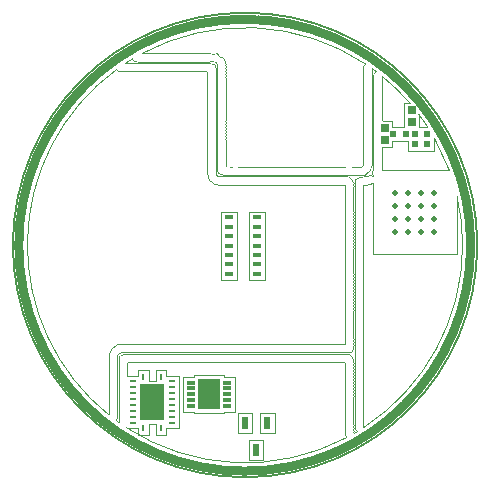
<source format=gbl>
G04*
G04 #@! TF.GenerationSoftware,Altium Limited,Altium Designer,22.6.1 (34)*
G04*
G04 Layer_Physical_Order=2*
G04 Layer_Color=16711680*
%FSLAX44Y44*%
%MOMM*%
G71*
G04*
G04 #@! TF.SameCoordinates,74DF644D-C5CC-47E8-8FD8-F3D1935BC2B4*
G04*
G04*
G04 #@! TF.FilePolarity,Positive*
G04*
G01*
G75*
%ADD11C,0.1000*%
%ADD12C,0.2000*%
%ADD83C,0.8000*%
%ADD84C,0.6000*%
%ADD85C,0.5000*%
%ADD86C,0.1500*%
%ADD87R,0.6500X0.6500*%
%ADD88R,0.6000X0.6000*%
%ADD89R,0.7500X0.3500*%
%ADD90R,0.6000X1.0500*%
%ADD91R,0.7500X0.3000*%
%ADD92R,1.9000X2.6000*%
%ADD93R,2.0500X3.0500*%
%ADD94R,0.2400X0.6000*%
%ADD95R,0.6000X0.2400*%
D11*
X823272Y688865D02*
G03*
X823060Y690115I-3790J0D01*
G01*
D02*
G03*
X823272Y691365I-3578J1250D01*
G01*
X846253Y681088D02*
G03*
X823248Y703438I-139407J-120474D01*
G01*
X823060Y687615D02*
G03*
X823272Y688865I-3578J1250D01*
G01*
Y693865D02*
G03*
X823060Y695115I-3790J0D01*
G01*
D02*
G03*
X823272Y696365I-3578J1250D01*
G01*
Y691365D02*
G03*
X823060Y692615I-3790J0D01*
G01*
D02*
G03*
X823272Y693865I-3578J1250D01*
G01*
Y681365D02*
G03*
X823060Y682615I-3790J0D01*
G01*
D02*
G03*
X823272Y683865I-3578J1250D01*
G01*
X823060Y680115D02*
G03*
X823272Y681365I-3578J1250D01*
G01*
X823060Y685115D02*
G03*
X823272Y686365I-3578J1250D01*
G01*
D02*
G03*
X823060Y687615I-3790J0D01*
G01*
X823272Y683865D02*
G03*
X823060Y685115I-3790J0D01*
G01*
Y700115D02*
G03*
X823272Y701365I-3578J1250D01*
G01*
D02*
G03*
X823060Y702615I-3790J0D01*
G01*
Y697615D02*
G03*
X823272Y698865I-3578J1250D01*
G01*
D02*
G03*
X823060Y700115I-3790J0D01*
G01*
Y702615D02*
G03*
X823248Y703438I-3578J1250D01*
G01*
X815904Y702615D02*
G03*
X815904Y700115I3578J-1250D01*
G01*
D02*
G03*
X815904Y697615I3578J-1250D01*
G01*
X823272Y696365D02*
G03*
X823060Y697615I-3790J0D01*
G01*
X815904Y690115D02*
G03*
X815904Y687615I3578J-1250D01*
G01*
Y685115D02*
G03*
X815904Y682615I3578J-1250D01*
G01*
Y687615D02*
G03*
X815904Y685115I3578J-1250D01*
G01*
Y695115D02*
G03*
X815904Y692615I3578J-1250D01*
G01*
Y697615D02*
G03*
X815904Y695115I3578J-1250D01*
G01*
Y692615D02*
G03*
X815904Y690115I3578J-1250D01*
G01*
X861279Y661106D02*
G03*
X854142Y671303I-154433J-100492D01*
G01*
X823060Y670115D02*
G03*
X823272Y671365I-3578J1250D01*
G01*
X823060Y667615D02*
G03*
X823272Y668865I-3578J1250D01*
G01*
D02*
G03*
X823060Y670115I-3790J0D01*
G01*
X823272Y666365D02*
G03*
X823060Y667615I-3790J0D01*
G01*
Y677615D02*
G03*
X823272Y678865I-3578J1250D01*
G01*
D02*
G03*
X823060Y680115I-3790J0D01*
G01*
Y675115D02*
G03*
X823272Y676365I-3578J1250D01*
G01*
D02*
G03*
X823060Y677615I-3790J0D01*
G01*
X815904Y680115D02*
G03*
X815904Y677615I3578J-1250D01*
G01*
Y682615D02*
G03*
X815904Y680115I3578J-1250D01*
G01*
Y677615D02*
G03*
X815904Y675115I3578J-1250D01*
G01*
X823060Y672615D02*
G03*
X823272Y673865I-3578J1250D01*
G01*
D02*
G03*
X823060Y675115I-3790J0D01*
G01*
X823272Y671365D02*
G03*
X823060Y672615I-3790J0D01*
G01*
X815904Y667615D02*
G03*
X815904Y665115I3578J-1250D01*
G01*
Y672615D02*
G03*
X815904Y670115I3578J-1250D01*
G01*
Y675115D02*
G03*
X815904Y672615I3578J-1250D01*
G01*
Y670115D02*
G03*
X815904Y667615I3578J-1250D01*
G01*
X818180Y707424D02*
G03*
X815904Y702615I1303J-3559D01*
G01*
X818180Y707424D02*
G03*
X814796Y709929I-111334J-146810D01*
G01*
X814703Y697122D02*
G03*
X814915Y698372I-3578J1250D01*
G01*
D02*
G03*
X814703Y699622I-3790J0D01*
G01*
X814915Y700872D02*
G03*
X814703Y702122I-3790J0D01*
G01*
D02*
G03*
X814915Y703372I-3578J1250D01*
G01*
X814703Y699622D02*
G03*
X814915Y700872I-3578J1250D01*
G01*
Y690872D02*
G03*
X814703Y692122I-3790J0D01*
G01*
D02*
G03*
X814915Y693372I-3578J1250D01*
G01*
Y688372D02*
G03*
X814703Y689622I-3790J0D01*
G01*
D02*
G03*
X814915Y690872I-3578J1250D01*
G01*
X814703Y694622D02*
G03*
X814915Y695872I-3578J1250D01*
G01*
D02*
G03*
X814703Y697122I-3790J0D01*
G01*
X814915Y693372D02*
G03*
X814703Y694622I-3790J0D01*
G01*
Y707122D02*
G03*
X814915Y708372I-3578J1250D01*
G01*
D02*
G03*
X814703Y709622I-3790J0D01*
G01*
Y704622D02*
G03*
X814915Y705872I-3578J1250D01*
G01*
D02*
G03*
X814703Y707122I-3790J0D01*
G01*
X808958Y713981D02*
G03*
X807547Y709622I2167J-3109D01*
G01*
D02*
G03*
X807547Y707122I3578J-1250D01*
G01*
D02*
G03*
X807547Y704622I3578J-1250D01*
G01*
X814915Y703372D02*
G03*
X814703Y704622I-3790J0D01*
G01*
X807547Y697122D02*
G03*
X807547Y694622I3578J-1250D01*
G01*
Y692122D02*
G03*
X807547Y689622I3578J-1250D01*
G01*
Y694622D02*
G03*
X807547Y692122I3578J-1250D01*
G01*
Y702122D02*
G03*
X807547Y699622I3578J-1250D01*
G01*
Y704622D02*
G03*
X807547Y702122I3578J-1250D01*
G01*
Y699622D02*
G03*
X807547Y697122I3578J-1250D01*
G01*
X814703Y677122D02*
G03*
X814915Y678372I-3578J1250D01*
G01*
D02*
G03*
X814703Y679622I-3790J0D01*
G01*
Y674622D02*
G03*
X814915Y675872I-3578J1250D01*
G01*
D02*
G03*
X814703Y677122I-3790J0D01*
G01*
X814915Y680872D02*
G03*
X814703Y682122I-3790J0D01*
G01*
D02*
G03*
X814915Y683372I-3578J1250D01*
G01*
X814703Y679622D02*
G03*
X814915Y680872I-3578J1250D01*
G01*
Y668372D02*
G03*
X814703Y669622I-3790J0D01*
G01*
D02*
G03*
X814915Y670872I-3578J1250D01*
G01*
Y665872D02*
G03*
X814703Y667122I-3790J0D01*
G01*
D02*
G03*
X814915Y668372I-3578J1250D01*
G01*
X814703Y672122D02*
G03*
X814915Y673372I-3578J1250D01*
G01*
D02*
G03*
X814703Y674622I-3790J0D01*
G01*
X814915Y670872D02*
G03*
X814703Y672122I-3790J0D01*
G01*
X814915Y685872D02*
G03*
X814703Y687122I-3790J0D01*
G01*
D02*
G03*
X814915Y688372I-3578J1250D01*
G01*
Y683372D02*
G03*
X814703Y684622I-3790J0D01*
G01*
D02*
G03*
X814915Y685872I-3578J1250D01*
G01*
X807547Y687122D02*
G03*
X807547Y684622I3578J-1250D01*
G01*
Y689622D02*
G03*
X807547Y687122I3578J-1250D01*
G01*
Y684622D02*
G03*
X807547Y682122I3578J-1250D01*
G01*
Y672122D02*
G03*
X807547Y669622I3578J-1250D01*
G01*
Y674622D02*
G03*
X807547Y672122I3578J-1250D01*
G01*
Y667122D02*
G03*
X807547Y664622I3578J-1250D01*
G01*
Y669622D02*
G03*
X807547Y667122I3578J-1250D01*
G01*
Y679622D02*
G03*
X807547Y677122I3578J-1250D01*
G01*
Y682122D02*
G03*
X807547Y679622I3578J-1250D01*
G01*
Y677122D02*
G03*
X807547Y674622I3578J-1250D01*
G01*
X815904Y657615D02*
G03*
X815904Y655115I3578J-1250D01*
G01*
Y652615D02*
G03*
X815904Y650115I3578J-1250D01*
G01*
Y655115D02*
G03*
X815904Y652615I3578J-1250D01*
G01*
Y662615D02*
G03*
X815904Y660115I3578J-1250D01*
G01*
Y665115D02*
G03*
X815904Y662615I3578J-1250D01*
G01*
Y660115D02*
G03*
X815904Y657615I3578J-1250D01*
G01*
X823272Y641365D02*
G03*
X823060Y642615I-3790J0D01*
G01*
D02*
G03*
X823257Y643522I-3578J1250D01*
G01*
X815904Y647615D02*
G03*
X815904Y645115I3578J-1250D01*
G01*
Y650115D02*
G03*
X815904Y647615I3578J-1250D01*
G01*
Y645115D02*
G03*
X815904Y642615I3578J-1250D01*
G01*
X879809Y624111D02*
G03*
X867270Y651236I-172964J-63497D01*
G01*
X823272Y631365D02*
G03*
X823060Y632615I-3790J0D01*
G01*
X823272Y633865D02*
G03*
X823060Y635115I-3790J0D01*
G01*
D02*
G03*
X823272Y636365I-3578J1250D01*
G01*
X823060Y632615D02*
G03*
X823272Y633865I-3578J1250D01*
G01*
Y626365D02*
G03*
X823060Y627615I-3790J0D01*
G01*
D02*
G03*
X823272Y628865I-3578J1250D01*
G01*
X891096Y560614D02*
G03*
X886441Y601770I-184251J0D01*
G01*
X823272Y628865D02*
G03*
X823060Y630115I-3790J0D01*
G01*
D02*
G03*
X823272Y631365I-3578J1250D01*
G01*
X823035Y625044D02*
G03*
X823272Y626365I-3553J1321D01*
G01*
Y638865D02*
G03*
X823060Y640115I-3790J0D01*
G01*
D02*
G03*
X823272Y641365I-3578J1250D01*
G01*
Y636365D02*
G03*
X823060Y637615I-3790J0D01*
G01*
D02*
G03*
X823272Y638865I-3578J1250D01*
G01*
X815904Y640115D02*
G03*
X815904Y637615I3578J-1250D01*
G01*
Y642615D02*
G03*
X815904Y640115I3578J-1250D01*
G01*
Y637615D02*
G03*
X815904Y635115I3578J-1250D01*
G01*
Y630115D02*
G03*
X815904Y627615I3578J-1250D01*
G01*
Y632615D02*
G03*
X815904Y630115I3578J-1250D01*
G01*
X823215Y624111D02*
G03*
X823035Y625044I-3782J-246D01*
G01*
X815904Y627615D02*
G03*
X815880Y625186I3578J-1250D01*
G01*
X815904Y635115D02*
G03*
X815904Y632615I3578J-1250D01*
G01*
X815880Y625186D02*
G03*
X815646Y624019I3553J-1321D01*
G01*
X815433Y623749D02*
G03*
X815359Y619440I3080J-2208D01*
G01*
X814915Y653372D02*
G03*
X814703Y654622I-3790J0D01*
G01*
D02*
G03*
X814915Y655872I-3578J1250D01*
G01*
Y650872D02*
G03*
X814703Y652122I-3790J0D01*
G01*
D02*
G03*
X814915Y653372I-3578J1250D01*
G01*
X814703Y657122D02*
G03*
X814915Y658372I-3578J1250D01*
G01*
D02*
G03*
X814703Y659622I-3790J0D01*
G01*
X814915Y655872D02*
G03*
X814703Y657122I-3790J0D01*
G01*
Y644622D02*
G03*
X814915Y645872I-3578J1250D01*
G01*
D02*
G03*
X814703Y647122I-3790J0D01*
G01*
Y642122D02*
G03*
X814915Y643372I-3578J1250D01*
G01*
D02*
G03*
X814703Y644622I-3790J0D01*
G01*
X814915Y648372D02*
G03*
X814703Y649622I-3790J0D01*
G01*
D02*
G03*
X814915Y650872I-3578J1250D01*
G01*
X814703Y647122D02*
G03*
X814915Y648372I-3578J1250D01*
G01*
X814703Y662122D02*
G03*
X814915Y663372I-3578J1250D01*
G01*
D02*
G03*
X814703Y664622I-3790J0D01*
G01*
Y659622D02*
G03*
X814915Y660872I-3578J1250D01*
G01*
D02*
G03*
X814703Y662122I-3790J0D01*
G01*
Y664622D02*
G03*
X814915Y665872I-3578J1250D01*
G01*
X807547Y664622D02*
G03*
X807547Y662122I3578J-1250D01*
G01*
D02*
G03*
X807547Y659622I3578J-1250D01*
G01*
Y649622D02*
G03*
X807547Y647122I3578J-1250D01*
G01*
Y652122D02*
G03*
X807547Y649622I3578J-1250D01*
G01*
Y644622D02*
G03*
X807547Y642122I3578J-1250D01*
G01*
Y647122D02*
G03*
X807547Y644622I3578J-1250D01*
G01*
Y657122D02*
G03*
X807547Y654622I3578J-1250D01*
G01*
Y659622D02*
G03*
X807547Y657122I3578J-1250D01*
G01*
Y654622D02*
G03*
X807547Y652122I3578J-1250D01*
G01*
X814915Y635872D02*
G03*
X814703Y637122I-3790J0D01*
G01*
D02*
G03*
X814915Y638372I-3578J1250D01*
G01*
Y633372D02*
G03*
X814703Y634622I-3790J0D01*
G01*
D02*
G03*
X814915Y635872I-3578J1250D01*
G01*
X814703Y639622D02*
G03*
X814915Y640872I-3578J1250D01*
G01*
D02*
G03*
X814703Y642122I-3790J0D01*
G01*
X814915Y638372D02*
G03*
X814703Y639622I-3790J0D01*
G01*
X814915Y630872D02*
G03*
X814703Y632122I-3790J0D01*
G01*
D02*
G03*
X814915Y633372I-3578J1250D01*
G01*
Y628372D02*
G03*
X814703Y629622I-3790J0D01*
G01*
D02*
G03*
X814915Y630872I-3578J1250D01*
G01*
X815359Y618746D02*
G03*
X810208Y618715I-2559J-2796D01*
G01*
X813243Y625229D02*
G03*
X814915Y628372I-2118J3143D01*
G01*
X813648Y612256D02*
G03*
X815359Y613154I-848J3694D01*
G01*
X807547Y632122D02*
G03*
X807547Y629622I3578J-1250D01*
G01*
Y634622D02*
G03*
X807547Y632122I3578J-1250D01*
G01*
X810577Y621876D02*
G03*
X813243Y625229I-1115J3622D01*
G01*
X807547Y629622D02*
G03*
X807345Y628642I3578J-1250D01*
G01*
X807547Y639622D02*
G03*
X807547Y637122I3578J-1250D01*
G01*
Y642122D02*
G03*
X807547Y639622I3578J-1250D01*
G01*
Y637122D02*
G03*
X807547Y634622I3578J-1250D01*
G01*
X810046Y611368D02*
G03*
X813648Y612256I1010J3653D01*
G01*
X807517Y611213D02*
G03*
X810046Y611368I1045J3643D01*
G01*
X807524Y603943D02*
G03*
X807312Y605193I-3790J0D01*
G01*
Y607693D02*
G03*
X807524Y608943I-3578J1250D01*
G01*
X805326Y619828D02*
G03*
X810577Y621876I1705J3385D01*
G01*
X809572Y618509D02*
G03*
X807312Y618434I-1010J-3653D01*
G01*
X807524Y608943D02*
G03*
X807312Y610193I-3790J0D01*
G01*
X807345Y628642D02*
G03*
X805916Y626835I2118J-3143D01*
G01*
X802097Y626683D02*
G03*
X799185Y626740I-1524J-3470D01*
G01*
X802097Y619743D02*
G03*
X805326Y619828I1524J3470D01*
G01*
Y626598D02*
G03*
X802097Y626683I-1705J-3385D01*
G01*
X796163Y626839D02*
G03*
X793335Y626826I-1397J-3523D01*
G01*
X790921Y626784D02*
G03*
X788381Y626784I-1270J-3571D01*
G01*
X799185Y626740D02*
G03*
X796163Y626839I-1626J-3424D01*
G01*
X793335Y626826D02*
G03*
X790921Y626784I-1145J-3613D01*
G01*
X796163Y619793D02*
G03*
X798947Y619789I1397J3523D01*
G01*
X793621Y619703D02*
G03*
X796163Y619793I1145J3613D01*
G01*
X798947Y619789D02*
G03*
X802097Y619743I1626J3424D01*
G01*
X790921Y619642D02*
G03*
X793621Y619703I1270J3571D01*
G01*
X788381Y619642D02*
G03*
X790921Y619642I1270J3571D01*
G01*
X789890Y618434D02*
G03*
X787390Y618434I-1250J-3578D01*
G01*
X792390D02*
G03*
X789890Y618434I-1250J-3578D01*
G01*
X785841Y626784D02*
G03*
X783301Y626784I-1270J-3571D01*
G01*
D02*
G03*
X780781Y626791I-1270J-3571D01*
G01*
X788381Y626784D02*
G03*
X785841Y626784I-1270J-3571D01*
G01*
X780781Y619635D02*
G03*
X783301Y619642I1250J3578D01*
G01*
X778281Y626791D02*
G03*
X775781Y626791I-1250J-3578D01*
G01*
D02*
G03*
X773281Y626791I-1250J-3578D01*
G01*
X780781D02*
G03*
X778281Y626791I-1250J-3578D01*
G01*
X783301Y619642D02*
G03*
X785841Y619642I1270J3571D01*
G01*
X778281Y619635D02*
G03*
X780781Y619635I1250J3578D01*
G01*
X785841Y619642D02*
G03*
X788381Y619642I1270J3571D01*
G01*
X787390Y618434D02*
G03*
X784890Y618434I-1250J-3578D01*
G01*
X775781Y619635D02*
G03*
X778281Y619635I1250J3578D01*
G01*
X773281D02*
G03*
X775781Y619635I1250J3578D01*
G01*
X779890Y618434D02*
G03*
X777390Y618434I-1250J-3578D01*
G01*
X807312D02*
G03*
X803593Y617731I-1250J-3578D01*
G01*
X803593D02*
G03*
X800156Y612693I142J-3787D01*
G01*
X807312Y610193D02*
G03*
X807517Y611213I-3578J1250D01*
G01*
X800156Y612693D02*
G03*
X800156Y610193I3578J-1250D01*
G01*
X798955Y611808D02*
G03*
X799167Y613058I-3578J1250D01*
G01*
D02*
G03*
X797082Y616443I-3790J0D01*
G01*
X799167Y610558D02*
G03*
X798955Y611808I-3790J0D01*
G01*
X807524Y606443D02*
G03*
X807312Y607693I-3790J0D01*
G01*
X800156Y610193D02*
G03*
X800156Y607693I3578J-1250D01*
G01*
D02*
G03*
X800156Y605193I3578J-1250D01*
G01*
X799167Y605558D02*
G03*
X798955Y606808I-3790J0D01*
G01*
X799167Y608058D02*
G03*
X798955Y609308I-3790J0D01*
G01*
D02*
G03*
X799167Y610558I-3578J1250D01*
G01*
X798955Y606808D02*
G03*
X799167Y608058I-3578J1250D01*
G01*
X784890Y618434D02*
G03*
X782390Y618434I-1250J-3578D01*
G01*
D02*
G03*
X779890Y618434I-1250J-3578D01*
G01*
X797082Y616443D02*
G03*
X792390Y618434I-3442J-1587D01*
G01*
X779890Y611278D02*
G03*
X782390Y611278I1250J3578D01*
G01*
X777390Y618434D02*
G03*
X774890Y618434I-1250J-3578D01*
G01*
X774890Y611278D02*
G03*
X777390Y611278I1250J3578D01*
G01*
D02*
G03*
X779890Y611278I1250J3578D01*
G01*
X791626Y611097D02*
G03*
X791799Y609308I3751J-539D01*
G01*
X789890Y611278D02*
G03*
X791626Y611097I1250J3578D01*
G01*
X791799Y606808D02*
G03*
X791799Y604308I3578J-1250D01*
G01*
Y609308D02*
G03*
X791799Y606808I3578J-1250D01*
G01*
X784890Y611278D02*
G03*
X787390Y611278I1250J3578D01*
G01*
X782390D02*
G03*
X784890Y611278I1250J3578D01*
G01*
X787390D02*
G03*
X789890Y611278I1250J3578D01*
G01*
X768281Y626791D02*
G03*
X765781Y626791I-1250J-3578D01*
G01*
D02*
G03*
X763281Y626791I-1250J-3578D01*
G01*
X773281D02*
G03*
X770781Y626791I-1250J-3578D01*
G01*
D02*
G03*
X768281Y626791I-1250J-3578D01*
G01*
X760781D02*
G03*
X758281Y626791I-1250J-3578D01*
G01*
D02*
G03*
X755781Y626791I-1250J-3578D01*
G01*
X763281D02*
G03*
X760781Y626791I-1250J-3578D01*
G01*
X765781Y619635D02*
G03*
X768281Y619635I1250J3578D01*
G01*
X763281D02*
G03*
X765781Y619635I1250J3578D01*
G01*
X770781D02*
G03*
X773281Y619635I1250J3578D01*
G01*
X768281D02*
G03*
X770781Y619635I1250J3578D01*
G01*
X758281D02*
G03*
X760781Y619635I1250J3578D01*
G01*
X755781D02*
G03*
X758281Y619635I1250J3578D01*
G01*
X760781D02*
G03*
X763281Y619635I1250J3578D01*
G01*
X750781Y626791D02*
G03*
X748281Y626791I-1250J-3578D01*
G01*
D02*
G03*
X745781Y626791I-1250J-3578D01*
G01*
X755781D02*
G03*
X753281Y626791I-1250J-3578D01*
G01*
D02*
G03*
X750781Y626791I-1250J-3578D01*
G01*
X743281D02*
G03*
X740781Y626791I-1250J-3578D01*
G01*
D02*
G03*
X738281Y626791I-1250J-3578D01*
G01*
X745781D02*
G03*
X743281Y626791I-1250J-3578D01*
G01*
X748281Y619635D02*
G03*
X750781Y619635I1250J3578D01*
G01*
X745781D02*
G03*
X748281Y619635I1250J3578D01*
G01*
X753281D02*
G03*
X755781Y619635I1250J3578D01*
G01*
X750781D02*
G03*
X753281Y619635I1250J3578D01*
G01*
X740781D02*
G03*
X743281Y619635I1250J3578D01*
G01*
X738281D02*
G03*
X740781Y619635I1250J3578D01*
G01*
X743281D02*
G03*
X745781Y619635I1250J3578D01*
G01*
X769890Y618434D02*
G03*
X767390Y618434I-1250J-3578D01*
G01*
D02*
G03*
X764890Y618434I-1250J-3578D01*
G01*
X774890D02*
G03*
X772390Y618434I-1250J-3578D01*
G01*
D02*
G03*
X769890Y618434I-1250J-3578D01*
G01*
X762390D02*
G03*
X759890Y618434I-1250J-3578D01*
G01*
D02*
G03*
X757390Y618434I-1250J-3578D01*
G01*
X764890D02*
G03*
X762390Y618434I-1250J-3578D01*
G01*
X767390Y611278D02*
G03*
X769890Y611278I1250J3578D01*
G01*
X764890D02*
G03*
X767390Y611278I1250J3578D01*
G01*
X772390D02*
G03*
X774890Y611278I1250J3578D01*
G01*
X769890D02*
G03*
X772390Y611278I1250J3578D01*
G01*
X759890D02*
G03*
X762390Y611278I1250J3578D01*
G01*
X757390D02*
G03*
X759890Y611278I1250J3578D01*
G01*
X762390D02*
G03*
X764890Y611278I1250J3578D01*
G01*
X752390Y618434D02*
G03*
X749890Y618434I-1250J-3578D01*
G01*
D02*
G03*
X747390Y618434I-1250J-3578D01*
G01*
X757390D02*
G03*
X754890Y618434I-1250J-3578D01*
G01*
D02*
G03*
X752390Y618434I-1250J-3578D01*
G01*
X744890D02*
G03*
X742390Y618434I-1250J-3578D01*
G01*
D02*
G03*
X739890Y618434I-1250J-3578D01*
G01*
X747390D02*
G03*
X744890Y618434I-1250J-3578D01*
G01*
X749890Y611278D02*
G03*
X752390Y611278I1250J3578D01*
G01*
X747390D02*
G03*
X749890Y611278I1250J3578D01*
G01*
X754890D02*
G03*
X757390Y611278I1250J3578D01*
G01*
X752390D02*
G03*
X754890Y611278I1250J3578D01*
G01*
X742390D02*
G03*
X744890Y611278I1250J3578D01*
G01*
X739890D02*
G03*
X742390Y611278I1250J3578D01*
G01*
X744890D02*
G03*
X747390Y611278I1250J3578D01*
G01*
X807312Y592693D02*
G03*
X807524Y593943I-3578J1250D01*
G01*
D02*
G03*
X807312Y595193I-3790J0D01*
G01*
Y590193D02*
G03*
X807524Y591443I-3578J1250D01*
G01*
D02*
G03*
X807312Y592693I-3790J0D01*
G01*
Y597693D02*
G03*
X807524Y598943I-3578J1250D01*
G01*
D02*
G03*
X807312Y600193I-3790J0D01*
G01*
Y595193D02*
G03*
X807524Y596443I-3578J1250D01*
G01*
D02*
G03*
X807312Y597693I-3790J0D01*
G01*
X807524Y583944D02*
G03*
X807312Y585193I-3790J0D01*
G01*
D02*
G03*
X807524Y586444I-3578J1250D01*
G01*
Y581444D02*
G03*
X807312Y582694I-3790J0D01*
G01*
D02*
G03*
X807524Y583944I-3578J1250D01*
G01*
X807312Y587693D02*
G03*
X807524Y588944I-3578J1250D01*
G01*
D02*
G03*
X807312Y590193I-3790J0D01*
G01*
X807524Y586444D02*
G03*
X807312Y587693I-3790J0D01*
G01*
Y602693D02*
G03*
X807524Y603943I-3578J1250D01*
G01*
X807312Y605193D02*
G03*
X807524Y606443I-3578J1250D01*
G01*
X807312Y600193D02*
G03*
X807524Y601443I-3578J1250D01*
G01*
D02*
G03*
X807312Y602693I-3790J0D01*
G01*
X800156D02*
G03*
X800156Y600193I3578J-1250D01*
G01*
Y605193D02*
G03*
X800156Y602693I3578J-1250D01*
G01*
Y600193D02*
G03*
X800156Y597693I3578J-1250D01*
G01*
Y587693D02*
G03*
X800156Y585193I3578J-1250D01*
G01*
Y590193D02*
G03*
X800156Y587693I3578J-1250D01*
G01*
Y582694D02*
G03*
X800156Y580194I3578J-1250D01*
G01*
Y585193D02*
G03*
X800156Y582694I3578J-1250D01*
G01*
Y595193D02*
G03*
X800156Y592693I3578J-1250D01*
G01*
Y597693D02*
G03*
X800156Y595193I3578J-1250D01*
G01*
Y592693D02*
G03*
X800156Y590193I3578J-1250D01*
G01*
X807524Y568944D02*
G03*
X807312Y570194I-3790J0D01*
G01*
D02*
G03*
X807524Y571444I-3578J1250D01*
G01*
Y566444D02*
G03*
X807312Y567694I-3790J0D01*
G01*
D02*
G03*
X807524Y568944I-3578J1250D01*
G01*
X807312Y572694D02*
G03*
X807524Y573944I-3578J1250D01*
G01*
D02*
G03*
X807312Y575194I-3790J0D01*
G01*
X807524Y571444D02*
G03*
X807312Y572694I-3790J0D01*
G01*
Y560194D02*
G03*
X807524Y561444I-3578J1250D01*
G01*
D02*
G03*
X807312Y562694I-3790J0D01*
G01*
Y557694D02*
G03*
X807524Y558944I-3578J1250D01*
G01*
D02*
G03*
X807312Y560194I-3790J0D01*
G01*
X807524Y563944D02*
G03*
X807312Y565194I-3790J0D01*
G01*
D02*
G03*
X807524Y566444I-3578J1250D01*
G01*
X807312Y562694D02*
G03*
X807524Y563944I-3578J1250D01*
G01*
X807312Y577694D02*
G03*
X807524Y578944I-3578J1250D01*
G01*
D02*
G03*
X807312Y580194I-3790J0D01*
G01*
Y575194D02*
G03*
X807524Y576444I-3578J1250D01*
G01*
D02*
G03*
X807312Y577694I-3790J0D01*
G01*
Y580194D02*
G03*
X807524Y581444I-3578J1250D01*
G01*
X800156Y580194D02*
G03*
X800156Y577694I3578J-1250D01*
G01*
D02*
G03*
X800156Y575194I3578J-1250D01*
G01*
Y565194D02*
G03*
X800156Y562694I3578J-1250D01*
G01*
Y567694D02*
G03*
X800156Y565194I3578J-1250D01*
G01*
Y560194D02*
G03*
X800156Y557694I3578J-1250D01*
G01*
Y562694D02*
G03*
X800156Y560194I3578J-1250D01*
G01*
Y572694D02*
G03*
X800156Y570194I3578J-1250D01*
G01*
Y575194D02*
G03*
X800156Y572694I3578J-1250D01*
G01*
Y570194D02*
G03*
X800156Y567694I3578J-1250D01*
G01*
X799167Y593058D02*
G03*
X798955Y594308I-3790J0D01*
G01*
D02*
G03*
X799167Y595558I-3578J1250D01*
G01*
Y590558D02*
G03*
X798955Y591808I-3790J0D01*
G01*
D02*
G03*
X799167Y593058I-3578J1250D01*
G01*
X798955Y596808D02*
G03*
X799167Y598058I-3578J1250D01*
G01*
D02*
G03*
X798955Y599308I-3790J0D01*
G01*
X799167Y595558D02*
G03*
X798955Y596808I-3790J0D01*
G01*
Y584308D02*
G03*
X799167Y585558I-3578J1250D01*
G01*
D02*
G03*
X798955Y586808I-3790J0D01*
G01*
Y581808D02*
G03*
X799167Y583058I-3578J1250D01*
G01*
D02*
G03*
X798955Y584308I-3790J0D01*
G01*
X799167Y588058D02*
G03*
X798955Y589308I-3790J0D01*
G01*
D02*
G03*
X799167Y590558I-3578J1250D01*
G01*
X798955Y586808D02*
G03*
X799167Y588058I-3578J1250D01*
G01*
X798955Y601808D02*
G03*
X799167Y603058I-3578J1250D01*
G01*
D02*
G03*
X798955Y604308I-3790J0D01*
G01*
Y599308D02*
G03*
X799167Y600558I-3578J1250D01*
G01*
D02*
G03*
X798955Y601808I-3790J0D01*
G01*
Y604308D02*
G03*
X799167Y605558I-3578J1250D01*
G01*
X791799Y604308D02*
G03*
X791799Y601808I3578J-1250D01*
G01*
D02*
G03*
X791799Y599308I3578J-1250D01*
G01*
Y589308D02*
G03*
X791799Y586808I3578J-1250D01*
G01*
Y591808D02*
G03*
X791799Y589308I3578J-1250D01*
G01*
Y584308D02*
G03*
X791799Y581808I3578J-1250D01*
G01*
Y586808D02*
G03*
X791799Y584308I3578J-1250D01*
G01*
Y596808D02*
G03*
X791799Y594308I3578J-1250D01*
G01*
Y599308D02*
G03*
X791799Y596808I3578J-1250D01*
G01*
Y594308D02*
G03*
X791799Y591808I3578J-1250D01*
G01*
X798955Y569308D02*
G03*
X799167Y570558I-3578J1250D01*
G01*
D02*
G03*
X798955Y571808I-3790J0D01*
G01*
Y566808D02*
G03*
X799167Y568058I-3578J1250D01*
G01*
D02*
G03*
X798955Y569308I-3790J0D01*
G01*
X799167Y573058D02*
G03*
X798955Y574308I-3790J0D01*
G01*
D02*
G03*
X799167Y575558I-3578J1250D01*
G01*
X798955Y571808D02*
G03*
X799167Y573058I-3578J1250D01*
G01*
Y560558D02*
G03*
X798955Y561808I-3790J0D01*
G01*
D02*
G03*
X799167Y563058I-3578J1250D01*
G01*
Y558058D02*
G03*
X798955Y559308I-3790J0D01*
G01*
D02*
G03*
X799167Y560558I-3578J1250D01*
G01*
X798955Y564308D02*
G03*
X799167Y565558I-3578J1250D01*
G01*
D02*
G03*
X798955Y566808I-3790J0D01*
G01*
X799167Y563058D02*
G03*
X798955Y564308I-3790J0D01*
G01*
X799167Y578058D02*
G03*
X798955Y579308I-3790J0D01*
G01*
D02*
G03*
X799167Y580558I-3578J1250D01*
G01*
Y575558D02*
G03*
X798955Y576808I-3790J0D01*
G01*
D02*
G03*
X799167Y578058I-3578J1250D01*
G01*
Y580558D02*
G03*
X798955Y581808I-3790J0D01*
G01*
X791799D02*
G03*
X791799Y579308I3578J-1250D01*
G01*
D02*
G03*
X791799Y576808I3578J-1250D01*
G01*
Y566808D02*
G03*
X791799Y564308I3578J-1250D01*
G01*
Y569308D02*
G03*
X791799Y566808I3578J-1250D01*
G01*
Y561808D02*
G03*
X791799Y559308I3578J-1250D01*
G01*
Y564308D02*
G03*
X791799Y561808I3578J-1250D01*
G01*
Y574308D02*
G03*
X791799Y571808I3578J-1250D01*
G01*
Y576808D02*
G03*
X791799Y574308I3578J-1250D01*
G01*
Y571808D02*
G03*
X791799Y569308I3578J-1250D01*
G01*
X807524Y533944D02*
G03*
X807312Y535194I-3790J0D01*
G01*
Y537694D02*
G03*
X807524Y538944I-3578J1250D01*
G01*
D02*
G03*
X807312Y540194I-3790J0D01*
G01*
Y535194D02*
G03*
X807524Y536444I-3578J1250D01*
G01*
D02*
G03*
X807312Y537694I-3790J0D01*
G01*
X807524Y511444D02*
G03*
X807312Y512694I-3790J0D01*
G01*
D02*
G03*
X807524Y513944I-3578J1250D01*
G01*
Y508944D02*
G03*
X807312Y510194I-3790J0D01*
G01*
D02*
G03*
X807524Y511444I-3578J1250D01*
G01*
X807312Y515194D02*
G03*
X807524Y516444I-3578J1250D01*
G01*
Y526444D02*
G03*
X807312Y527694I-3790J0D01*
G01*
X807524Y513944D02*
G03*
X807312Y515194I-3790J0D01*
G01*
X807524Y551444D02*
G03*
X807312Y552694I-3790J0D01*
G01*
D02*
G03*
X807524Y553944I-3578J1250D01*
G01*
Y548944D02*
G03*
X807312Y550194I-3790J0D01*
G01*
D02*
G03*
X807524Y551444I-3578J1250D01*
G01*
X807312Y555194D02*
G03*
X807524Y556444I-3578J1250D01*
G01*
D02*
G03*
X807312Y557694I-3790J0D01*
G01*
X807524Y553944D02*
G03*
X807312Y555194I-3790J0D01*
G01*
Y542694D02*
G03*
X807524Y543944I-3578J1250D01*
G01*
D02*
G03*
X807312Y545194I-3790J0D01*
G01*
Y540194D02*
G03*
X807524Y541444I-3578J1250D01*
G01*
D02*
G03*
X807312Y542694I-3790J0D01*
G01*
X807524Y546444D02*
G03*
X807312Y547694I-3790J0D01*
G01*
D02*
G03*
X807524Y548944I-3578J1250D01*
G01*
X807312Y545194D02*
G03*
X807524Y546444I-3578J1250D01*
G01*
X807312Y485194D02*
G03*
X807524Y486444I-3578J1250D01*
G01*
D02*
G03*
X807312Y487694I-3790J0D01*
G01*
X807522Y406301D02*
G03*
X891096Y560614I-100676J154313D01*
G01*
X807524Y483944D02*
G03*
X807312Y485194I-3790J0D01*
G01*
X807524Y488944D02*
G03*
X807312Y490194I-3790J0D01*
G01*
D02*
G03*
X807524Y491444I-3578J1250D01*
G01*
X807312Y487694D02*
G03*
X807524Y488944I-3578J1250D01*
G01*
X807312Y477694D02*
G03*
X807524Y478944I-3578J1250D01*
G01*
D02*
G03*
X807312Y480194I-3790J0D01*
G01*
Y475194D02*
G03*
X807524Y476444I-3578J1250D01*
G01*
D02*
G03*
X807312Y477694I-3790J0D01*
G01*
X807524Y481444D02*
G03*
X807312Y482694I-3790J0D01*
G01*
D02*
G03*
X807524Y483944I-3578J1250D01*
G01*
X807312Y480194D02*
G03*
X807524Y481444I-3578J1250D01*
G01*
X807312Y502694D02*
G03*
X807524Y503944I-3578J1250D01*
G01*
D02*
G03*
X807312Y505194I-3790J0D01*
G01*
Y500194D02*
G03*
X807524Y501444I-3578J1250D01*
G01*
D02*
G03*
X807312Y502694I-3790J0D01*
G01*
X807524Y506444D02*
G03*
X807312Y507694I-3790J0D01*
G01*
D02*
G03*
X807524Y508944I-3578J1250D01*
G01*
X807312Y505194D02*
G03*
X807524Y506444I-3578J1250D01*
G01*
Y493944D02*
G03*
X807312Y495194I-3790J0D01*
G01*
D02*
G03*
X807524Y496444I-3578J1250D01*
G01*
Y491444D02*
G03*
X807312Y492694I-3790J0D01*
G01*
D02*
G03*
X807524Y493944I-3578J1250D01*
G01*
X807312Y497694D02*
G03*
X807524Y498944I-3578J1250D01*
G01*
D02*
G03*
X807312Y500194I-3790J0D01*
G01*
X807524Y496444D02*
G03*
X807312Y497694I-3790J0D01*
G01*
Y530194D02*
G03*
X807524Y531444I-3578J1250D01*
G01*
D02*
G03*
X807312Y532694I-3790J0D01*
G01*
Y527694D02*
G03*
X807524Y528944I-3578J1250D01*
G01*
D02*
G03*
X807312Y530194I-3790J0D01*
G01*
Y532694D02*
G03*
X807524Y533944I-3578J1250D01*
G01*
X800156Y530194D02*
G03*
X800156Y527694I3578J-1250D01*
G01*
D02*
G03*
X800156Y525194I3578J-1250D01*
G01*
X807312Y522694D02*
G03*
X807524Y523944I-3578J1250D01*
G01*
D02*
G03*
X807312Y525194I-3790J0D01*
G01*
Y520194D02*
G03*
X807524Y521444I-3578J1250D01*
G01*
D02*
G03*
X807312Y522694I-3790J0D01*
G01*
Y525194D02*
G03*
X807524Y526444I-3578J1250D01*
G01*
X800156Y525194D02*
G03*
X800156Y522694I3578J-1250D01*
G01*
D02*
G03*
X800156Y520194I3578J-1250D01*
G01*
Y547694D02*
G03*
X800156Y545194I3578J-1250D01*
G01*
Y550194D02*
G03*
X800156Y547694I3578J-1250D01*
G01*
Y542694D02*
G03*
X800156Y540194I3578J-1250D01*
G01*
Y545194D02*
G03*
X800156Y542694I3578J-1250D01*
G01*
Y555194D02*
G03*
X800156Y552694I3578J-1250D01*
G01*
Y557694D02*
G03*
X800156Y555194I3578J-1250D01*
G01*
Y552694D02*
G03*
X800156Y550194I3578J-1250D01*
G01*
Y537694D02*
G03*
X800156Y535194I3578J-1250D01*
G01*
Y540194D02*
G03*
X800156Y537694I3578J-1250D01*
G01*
Y532694D02*
G03*
X800156Y530194I3578J-1250D01*
G01*
Y535194D02*
G03*
X800156Y532694I3578J-1250D01*
G01*
X798955Y526808D02*
G03*
X799167Y528058I-3578J1250D01*
G01*
D02*
G03*
X798955Y529308I-3790J0D01*
G01*
X799167Y525558D02*
G03*
X798955Y526808I-3790J0D01*
G01*
X807312Y517694D02*
G03*
X807524Y518944I-3578J1250D01*
G01*
D02*
G03*
X807312Y520194I-3790J0D01*
G01*
X807524Y516444D02*
G03*
X807312Y517694I-3790J0D01*
G01*
X800156Y495194D02*
G03*
X800156Y492694I3578J-1250D01*
G01*
Y500194D02*
G03*
X800156Y497694I3578J-1250D01*
G01*
Y502694D02*
G03*
X800156Y500194I3578J-1250D01*
G01*
Y497694D02*
G03*
X800156Y495194I3578J-1250D01*
G01*
Y482694D02*
G03*
X800156Y480194I3578J-1250D01*
G01*
Y485194D02*
G03*
X800156Y482694I3578J-1250D01*
G01*
Y477694D02*
G03*
X800156Y475194I3578J-1250D01*
G01*
Y480194D02*
G03*
X800156Y477694I3578J-1250D01*
G01*
Y490194D02*
G03*
X800156Y487694I3578J-1250D01*
G01*
Y492694D02*
G03*
X800156Y490194I3578J-1250D01*
G01*
Y487694D02*
G03*
X800156Y485194I3578J-1250D01*
G01*
Y510194D02*
G03*
X800156Y507694I3578J-1250D01*
G01*
Y512694D02*
G03*
X800156Y510194I3578J-1250D01*
G01*
Y505194D02*
G03*
X800156Y502694I3578J-1250D01*
G01*
Y507694D02*
G03*
X800156Y505194I3578J-1250D01*
G01*
Y517694D02*
G03*
X800156Y515194I3578J-1250D01*
G01*
Y520194D02*
G03*
X800156Y517694I3578J-1250D01*
G01*
Y515194D02*
G03*
X800156Y512694I3578J-1250D01*
G01*
X798955Y494308D02*
G03*
X799167Y495558I-3578J1250D01*
G01*
D02*
G03*
X798955Y496808I-3790J0D01*
G01*
Y481808D02*
G03*
X799167Y483058I-3578J1250D01*
G01*
Y493058D02*
G03*
X798955Y494308I-3790J0D01*
G01*
X799167Y498058D02*
G03*
X798955Y499308I-3790J0D01*
G01*
D02*
G03*
X799167Y500558I-3578J1250D01*
G01*
X798955Y496808D02*
G03*
X799167Y498058I-3578J1250D01*
G01*
X807312Y450194D02*
G03*
X807524Y451444I-3578J1250D01*
G01*
D02*
G03*
X807312Y452694I-3790J0D01*
G01*
Y447694D02*
G03*
X807524Y448944I-3578J1250D01*
G01*
D02*
G03*
X807312Y450194I-3790J0D01*
G01*
Y455194D02*
G03*
X807524Y456444I-3578J1250D01*
G01*
D02*
G03*
X807312Y457694I-3790J0D01*
G01*
Y452694D02*
G03*
X807524Y453944I-3578J1250D01*
G01*
D02*
G03*
X807312Y455194I-3790J0D01*
G01*
X807524Y441444D02*
G03*
X807312Y442694I-3790J0D01*
G01*
D02*
G03*
X807524Y443944I-3578J1250D01*
G01*
Y438944D02*
G03*
X807312Y440194I-3790J0D01*
G01*
D02*
G03*
X807524Y441444I-3578J1250D01*
G01*
X807312Y445194D02*
G03*
X807524Y446444I-3578J1250D01*
G01*
D02*
G03*
X807312Y447694I-3790J0D01*
G01*
X807524Y443944D02*
G03*
X807312Y445194I-3790J0D01*
G01*
X807524Y468944D02*
G03*
X807312Y470194I-3790J0D01*
G01*
D02*
G03*
X807524Y471444I-3578J1250D01*
G01*
Y466444D02*
G03*
X807312Y467694I-3790J0D01*
G01*
D02*
G03*
X807524Y468944I-3578J1250D01*
G01*
X807312Y472694D02*
G03*
X807524Y473944I-3578J1250D01*
G01*
D02*
G03*
X807312Y475194I-3790J0D01*
G01*
X807524Y471444D02*
G03*
X807312Y472694I-3790J0D01*
G01*
Y460194D02*
G03*
X807524Y461444I-3578J1250D01*
G01*
D02*
G03*
X807312Y462694I-3790J0D01*
G01*
Y457694D02*
G03*
X807524Y458944I-3578J1250D01*
G01*
D02*
G03*
X807312Y460194I-3790J0D01*
G01*
X807524Y463944D02*
G03*
X807312Y465194I-3790J0D01*
G01*
D02*
G03*
X807524Y466444I-3578J1250D01*
G01*
X807312Y462694D02*
G03*
X807524Y463944I-3578J1250D01*
G01*
X807312Y417694D02*
G03*
X807524Y418944I-3578J1250D01*
G01*
D02*
G03*
X807312Y420194I-3790J0D01*
G01*
Y415194D02*
G03*
X807524Y416444I-3578J1250D01*
G01*
D02*
G03*
X807312Y417694I-3790J0D01*
G01*
X807524Y421444D02*
G03*
X807312Y422694I-3790J0D01*
G01*
D02*
G03*
X807524Y423944I-3578J1250D01*
G01*
X807312Y420194D02*
G03*
X807524Y421444I-3578J1250D01*
G01*
Y408944D02*
G03*
X807312Y410194I-3790J0D01*
G01*
D02*
G03*
X807524Y411444I-3578J1250D01*
G01*
Y406444D02*
G03*
X807312Y407694I-3790J0D01*
G01*
D02*
G03*
X807524Y408944I-3578J1250D01*
G01*
X807312Y412694D02*
G03*
X807524Y413944I-3578J1250D01*
G01*
D02*
G03*
X807312Y415194I-3790J0D01*
G01*
X807524Y411444D02*
G03*
X807312Y412694I-3790J0D01*
G01*
X807524Y433944D02*
G03*
X807312Y435194I-3790J0D01*
G01*
D02*
G03*
X807524Y436444I-3578J1250D01*
G01*
Y431444D02*
G03*
X807312Y432694I-3790J0D01*
G01*
D02*
G03*
X807524Y433944I-3578J1250D01*
G01*
X807312Y437694D02*
G03*
X807524Y438944I-3578J1250D01*
G01*
X800156Y440194D02*
G03*
X800156Y437694I3578J-1250D01*
G01*
X807524Y436444D02*
G03*
X807312Y437694I-3790J0D01*
G01*
X807524Y426444D02*
G03*
X807312Y427694I-3790J0D01*
G01*
D02*
G03*
X807524Y428944I-3578J1250D01*
G01*
Y423944D02*
G03*
X807312Y425194I-3790J0D01*
G01*
D02*
G03*
X807524Y426444I-3578J1250D01*
G01*
Y428944D02*
G03*
X807312Y430194I-3790J0D01*
G01*
D02*
G03*
X807524Y431444I-3578J1250D01*
G01*
X800156Y427694D02*
G03*
X800156Y425194I3578J-1250D01*
G01*
Y465194D02*
G03*
X800156Y462694I3578J-1250D01*
G01*
Y467694D02*
G03*
X800156Y465194I3578J-1250D01*
G01*
Y460194D02*
G03*
X800156Y457694I3578J-1250D01*
G01*
Y462694D02*
G03*
X800156Y460194I3578J-1250D01*
G01*
Y472694D02*
G03*
X800156Y470194I3578J-1250D01*
G01*
Y475194D02*
G03*
X800156Y472694I3578J-1250D01*
G01*
Y470194D02*
G03*
X800156Y467694I3578J-1250D01*
G01*
Y450194D02*
G03*
X800156Y447694I3578J-1250D01*
G01*
Y452694D02*
G03*
X800156Y450194I3578J-1250D01*
G01*
Y445194D02*
G03*
X800156Y442694I3578J-1250D01*
G01*
Y447694D02*
G03*
X800156Y445194I3578J-1250D01*
G01*
Y455194D02*
G03*
X800156Y452694I3578J-1250D01*
G01*
Y457694D02*
G03*
X800156Y455194I3578J-1250D01*
G01*
X799167Y442748D02*
G03*
X798955Y443998I-3790J0D01*
G01*
X799167Y455248D02*
G03*
X798955Y456498I-3790J0D01*
G01*
D02*
G03*
X799167Y457748I-3578J1250D01*
G01*
Y452748D02*
G03*
X798955Y453998I-3790J0D01*
G01*
D02*
G03*
X799167Y455248I-3578J1250D01*
G01*
X798955Y458998D02*
G03*
X799167Y460248I-3578J1250D01*
G01*
D02*
G03*
X798955Y461498I-3790J0D01*
G01*
X799167Y457748D02*
G03*
X798955Y458998I-3790J0D01*
G01*
Y446498D02*
G03*
X799167Y447748I-3578J1250D01*
G01*
D02*
G03*
X798955Y448998I-3790J0D01*
G01*
Y443998D02*
G03*
X799167Y445248I-3578J1250D01*
G01*
D02*
G03*
X798955Y446498I-3790J0D01*
G01*
X799167Y450248D02*
G03*
X798955Y451498I-3790J0D01*
G01*
D02*
G03*
X799167Y452748I-3578J1250D01*
G01*
X798955Y448998D02*
G03*
X799167Y450248I-3578J1250D01*
G01*
X800156Y430194D02*
G03*
X800156Y427694I3578J-1250D01*
G01*
Y432694D02*
G03*
X800156Y430194I3578J-1250D01*
G01*
Y422694D02*
G03*
X800156Y420194I3578J-1250D01*
G01*
Y425194D02*
G03*
X800156Y422694I3578J-1250D01*
G01*
Y437694D02*
G03*
X800156Y435194I3578J-1250D01*
G01*
Y442694D02*
G03*
X800156Y440194I3578J-1250D01*
G01*
Y435194D02*
G03*
X800156Y432694I3578J-1250D01*
G01*
Y412694D02*
G03*
X800156Y410194I3578J-1250D01*
G01*
Y415194D02*
G03*
X800156Y412694I3578J-1250D01*
G01*
Y407694D02*
G03*
X802221Y402969I3578J-1250D01*
G01*
X800156Y410194D02*
G03*
X800156Y407694I3578J-1250D01*
G01*
Y417694D02*
G03*
X800156Y415194I3578J-1250D01*
G01*
Y420194D02*
G03*
X800156Y417694I3578J-1250D01*
G01*
X799069Y401105D02*
G03*
X802221Y402969I-92223J159509D01*
G01*
X798955Y436498D02*
G03*
X799167Y437748I-3578J1250D01*
G01*
D02*
G03*
X798955Y438998I-3790J0D01*
G01*
Y433998D02*
G03*
X799167Y435248I-3578J1250D01*
G01*
D02*
G03*
X798955Y436498I-3790J0D01*
G01*
X799167Y440248D02*
G03*
X798955Y441498I-3790J0D01*
G01*
D02*
G03*
X799167Y442748I-3578J1250D01*
G01*
X798955Y438998D02*
G03*
X799167Y440248I-3578J1250D01*
G01*
Y415248D02*
G03*
X798955Y416498I-3790J0D01*
G01*
Y428998D02*
G03*
X799167Y430248I-3578J1250D01*
G01*
X798955Y401498D02*
G03*
X799167Y402748I-3578J1250D01*
G01*
D02*
G03*
X798955Y403998I-3790J0D01*
G01*
Y431498D02*
G03*
X799167Y432748I-3578J1250D01*
G01*
D02*
G03*
X798955Y433998I-3790J0D01*
G01*
X799167Y430248D02*
G03*
X798955Y431498I-3790J0D01*
G01*
X799167Y533058D02*
G03*
X798955Y534308I-3790J0D01*
G01*
D02*
G03*
X799167Y535558I-3578J1250D01*
G01*
Y530558D02*
G03*
X798955Y531808I-3790J0D01*
G01*
D02*
G03*
X799167Y533058I-3578J1250D01*
G01*
Y538058D02*
G03*
X798955Y539308I-3790J0D01*
G01*
D02*
G03*
X799167Y540558I-3578J1250D01*
G01*
Y535558D02*
G03*
X798955Y536808I-3790J0D01*
G01*
D02*
G03*
X799167Y538058I-3578J1250D01*
G01*
Y520558D02*
G03*
X798955Y521808I-3790J0D01*
G01*
D02*
G03*
X799167Y523058I-3578J1250D01*
G01*
Y518058D02*
G03*
X798955Y519308I-3790J0D01*
G01*
D02*
G03*
X799167Y520558I-3578J1250D01*
G01*
X798955Y524308D02*
G03*
X799167Y525558I-3578J1250D01*
G01*
X798955Y529308D02*
G03*
X799167Y530558I-3578J1250D01*
G01*
Y523058D02*
G03*
X798955Y524308I-3790J0D01*
G01*
Y551808D02*
G03*
X799167Y553058I-3578J1250D01*
G01*
D02*
G03*
X798955Y554308I-3790J0D01*
G01*
Y549308D02*
G03*
X799167Y550558I-3578J1250D01*
G01*
D02*
G03*
X798955Y551808I-3790J0D01*
G01*
X799167Y555558D02*
G03*
X798955Y556808I-3790J0D01*
G01*
D02*
G03*
X799167Y558058I-3578J1250D01*
G01*
X798955Y554308D02*
G03*
X799167Y555558I-3578J1250D01*
G01*
Y543058D02*
G03*
X798955Y544308I-3790J0D01*
G01*
D02*
G03*
X799167Y545558I-3578J1250D01*
G01*
Y540558D02*
G03*
X798955Y541808I-3790J0D01*
G01*
D02*
G03*
X799167Y543058I-3578J1250D01*
G01*
X798955Y546808D02*
G03*
X799167Y548058I-3578J1250D01*
G01*
D02*
G03*
X798955Y549308I-3790J0D01*
G01*
X799167Y545558D02*
G03*
X798955Y546808I-3790J0D01*
G01*
X799167Y488058D02*
G03*
X798955Y489308I-3790J0D01*
G01*
D02*
G03*
X799167Y490558I-3578J1250D01*
G01*
Y485558D02*
G03*
X798955Y486808I-3790J0D01*
G01*
D02*
G03*
X799167Y488058I-3578J1250D01*
G01*
X798955Y491808D02*
G03*
X799167Y493058I-3578J1250D01*
G01*
Y500558D02*
G03*
X798955Y501808I-3790J0D01*
G01*
X799167Y490558D02*
G03*
X798955Y491808I-3790J0D01*
G01*
X799167Y478058D02*
G03*
X798955Y479308I-3790J0D01*
G01*
D02*
G03*
X799167Y480558I-3578J1250D01*
G01*
Y475558D02*
G03*
X798955Y476808I-3790J0D01*
G01*
D02*
G03*
X799167Y478058I-3578J1250D01*
G01*
Y483058D02*
G03*
X798955Y484308I-3790J0D01*
G01*
D02*
G03*
X799167Y485558I-3578J1250D01*
G01*
Y480558D02*
G03*
X798955Y481808I-3790J0D01*
G01*
Y511808D02*
G03*
X799167Y513058I-3578J1250D01*
G01*
D02*
G03*
X798955Y514308I-3790J0D01*
G01*
Y509308D02*
G03*
X799167Y510558I-3578J1250D01*
G01*
D02*
G03*
X798955Y511808I-3790J0D01*
G01*
X799167Y515558D02*
G03*
X798955Y516808I-3790J0D01*
G01*
D02*
G03*
X799167Y518058I-3578J1250D01*
G01*
X798955Y514308D02*
G03*
X799167Y515558I-3578J1250D01*
G01*
X798955Y504308D02*
G03*
X799167Y505558I-3578J1250D01*
G01*
D02*
G03*
X798955Y506808I-3790J0D01*
G01*
Y501808D02*
G03*
X799167Y503058I-3578J1250D01*
G01*
D02*
G03*
X798955Y504308I-3790J0D01*
G01*
Y506808D02*
G03*
X799167Y508058I-3578J1250D01*
G01*
D02*
G03*
X798955Y509308I-3790J0D01*
G01*
X799019Y473063D02*
G03*
X798875Y474098I-3790J0D01*
G01*
X791799Y514308D02*
G03*
X791799Y511808I3578J-1250D01*
G01*
Y516808D02*
G03*
X791799Y514308I3578J-1250D01*
G01*
Y509308D02*
G03*
X791799Y506808I3578J-1250D01*
G01*
Y511808D02*
G03*
X791799Y509308I3578J-1250D01*
G01*
Y521808D02*
G03*
X791799Y519308I3578J-1250D01*
G01*
Y524308D02*
G03*
X791799Y521808I3578J-1250D01*
G01*
Y519308D02*
G03*
X791799Y516808I3578J-1250D01*
G01*
Y496808D02*
G03*
X791799Y494308I3578J-1250D01*
G01*
Y499308D02*
G03*
X791799Y496808I3578J-1250D01*
G01*
Y491808D02*
G03*
X791799Y489308I3578J-1250D01*
G01*
Y494308D02*
G03*
X791799Y491808I3578J-1250D01*
G01*
Y504308D02*
G03*
X791799Y501808I3578J-1250D01*
G01*
Y506808D02*
G03*
X791799Y504308I3578J-1250D01*
G01*
Y501808D02*
G03*
X791799Y499308I3578J-1250D01*
G01*
Y549308D02*
G03*
X791799Y546808I3578J-1250D01*
G01*
Y551808D02*
G03*
X791799Y549308I3578J-1250D01*
G01*
Y544308D02*
G03*
X791799Y541808I3578J-1250D01*
G01*
Y546808D02*
G03*
X791799Y544308I3578J-1250D01*
G01*
Y556808D02*
G03*
X791799Y554308I3578J-1250D01*
G01*
Y559308D02*
G03*
X791799Y556808I3578J-1250D01*
G01*
Y554308D02*
G03*
X791799Y551808I3578J-1250D01*
G01*
Y531808D02*
G03*
X791799Y529308I3578J-1250D01*
G01*
Y534308D02*
G03*
X791799Y531808I3578J-1250D01*
G01*
Y526808D02*
G03*
X791799Y524308I3578J-1250D01*
G01*
Y529308D02*
G03*
X791799Y526808I3578J-1250D01*
G01*
Y539308D02*
G03*
X791799Y536808I3578J-1250D01*
G01*
Y541808D02*
G03*
X791799Y539308I3578J-1250D01*
G01*
Y536808D02*
G03*
X791799Y534308I3578J-1250D01*
G01*
Y484308D02*
G03*
X791799Y481808I3578J-1250D01*
G01*
Y486808D02*
G03*
X791799Y484308I3578J-1250D01*
G01*
Y479308D02*
G03*
X791799Y476808I3578J-1250D01*
G01*
Y481808D02*
G03*
X791799Y479308I3578J-1250D01*
G01*
Y489308D02*
G03*
X791799Y486808I3578J-1250D01*
G01*
X776479Y476641D02*
G03*
X773979Y476641I-1250J-3578D01*
G01*
X778979D02*
G03*
X776479Y476641I-1250J-3578D01*
G01*
X791479D02*
G03*
X788979Y476641I-1250J-3578D01*
G01*
D02*
G03*
X786479Y476641I-1250J-3578D01*
G01*
X798875Y474098D02*
G03*
X799167Y475558I-3497J1460D01*
G01*
X793979Y469485D02*
G03*
X799019Y473063I1250J3578D01*
G01*
X783979Y476641D02*
G03*
X781479Y476641I-1250J-3578D01*
G01*
D02*
G03*
X778979Y476641I-1250J-3578D01*
G01*
X786479D02*
G03*
X783979Y476641I-1250J-3578D01*
G01*
X751479D02*
G03*
X748979Y476641I-1250J-3578D01*
G01*
D02*
G03*
X746479Y476641I-1250J-3578D01*
G01*
X756479D02*
G03*
X753979Y476641I-1250J-3578D01*
G01*
D02*
G03*
X751479Y476641I-1250J-3578D01*
G01*
X743979D02*
G03*
X741479Y476641I-1250J-3578D01*
G01*
D02*
G03*
X738979Y476641I-1250J-3578D01*
G01*
X746479D02*
G03*
X743979Y476641I-1250J-3578D01*
G01*
X768979D02*
G03*
X766479Y476641I-1250J-3578D01*
G01*
D02*
G03*
X763979Y476641I-1250J-3578D01*
G01*
X773979D02*
G03*
X771479Y476641I-1250J-3578D01*
G01*
D02*
G03*
X768979Y476641I-1250J-3578D01*
G01*
X761479D02*
G03*
X758979Y476641I-1250J-3578D01*
G01*
D02*
G03*
X756479Y476641I-1250J-3578D01*
G01*
X763979D02*
G03*
X761479Y476641I-1250J-3578D01*
G01*
X799167Y462748D02*
G03*
X797401Y465953I-3790J0D01*
G01*
D02*
G03*
X792572Y468284I-3579J-1248D01*
G01*
X798955Y461498D02*
G03*
X799167Y462748I-3578J1250D01*
G01*
X791799Y441498D02*
G03*
X791799Y438998I3578J-1250D01*
G01*
X791479Y469485D02*
G03*
X793979Y469485I1250J3578D01*
G01*
X792572Y468284D02*
G03*
X790072Y468284I-1250J-3578D01*
G01*
X791799Y443998D02*
G03*
X791799Y441498I3578J-1250D01*
G01*
Y446498D02*
G03*
X791799Y443998I3578J-1250D01*
G01*
X799167Y427748D02*
G03*
X798955Y428998I-3790J0D01*
G01*
X791799Y431498D02*
G03*
X791799Y428998I3578J-1250D01*
G01*
X798955Y426498D02*
G03*
X799167Y427748I-3578J1250D01*
G01*
X791799Y428998D02*
G03*
X791799Y426498I3578J-1250D01*
G01*
Y436498D02*
G03*
X791799Y433998I3578J-1250D01*
G01*
Y438998D02*
G03*
X791799Y436498I3578J-1250D01*
G01*
Y433998D02*
G03*
X791799Y431498I3578J-1250D01*
G01*
X788979Y469485D02*
G03*
X791479Y469485I1250J3578D01*
G01*
X786479D02*
G03*
X788979Y469485I1250J3578D01*
G01*
X790072Y468284D02*
G03*
X787572Y468284I-1250J-3578D01*
G01*
X787572Y461128D02*
G03*
X790072Y461128I1250J3578D01*
G01*
X787572Y468284D02*
G03*
X785072Y468284I-1250J-3578D01*
G01*
X783979Y469485D02*
G03*
X786479Y469485I1250J3578D01*
G01*
X785072Y461128D02*
G03*
X787572Y461128I1250J3578D01*
G01*
X791799Y453998D02*
G03*
X791799Y451498I3578J-1250D01*
G01*
Y456498D02*
G03*
X791799Y453998I3578J-1250D01*
G01*
Y448998D02*
G03*
X791799Y446498I3578J-1250D01*
G01*
Y451498D02*
G03*
X791799Y448998I3578J-1250D01*
G01*
X791649Y460930D02*
G03*
X791799Y458998I3728J-681D01*
G01*
X790072Y461128D02*
G03*
X791649Y460930I1250J3578D01*
G01*
X791799Y458998D02*
G03*
X791799Y456498I3578J-1250D01*
G01*
X798955Y416498D02*
G03*
X799167Y417748I-3578J1250D01*
G01*
D02*
G03*
X798955Y418998I-3790J0D01*
G01*
X799167Y412748D02*
G03*
X798955Y413998I-3790J0D01*
G01*
D02*
G03*
X799167Y415248I-3578J1250D01*
G01*
Y420248D02*
G03*
X798955Y421498I-3790J0D01*
G01*
D02*
G03*
X799167Y422748I-3578J1250D01*
G01*
X798955Y418998D02*
G03*
X799167Y420248I-3578J1250D01*
G01*
X798955Y406498D02*
G03*
X799167Y407748I-3578J1250D01*
G01*
D02*
G03*
X798955Y408998I-3790J0D01*
G01*
Y403998D02*
G03*
X799167Y405248I-3578J1250D01*
G01*
D02*
G03*
X798955Y406498I-3790J0D01*
G01*
X799167Y410248D02*
G03*
X798955Y411498I-3790J0D01*
G01*
D02*
G03*
X799167Y412748I-3578J1250D01*
G01*
X798955Y408998D02*
G03*
X799167Y410248I-3578J1250D01*
G01*
X798955Y423998D02*
G03*
X799167Y425248I-3578J1250D01*
G01*
D02*
G03*
X798955Y426498I-3790J0D01*
G01*
X799167Y422748D02*
G03*
X798955Y423998I-3790J0D01*
G01*
X791799Y418998D02*
G03*
X791799Y416498I3578J-1250D01*
G01*
Y423998D02*
G03*
X791799Y421498I3578J-1250D01*
G01*
Y426498D02*
G03*
X791799Y423998I3578J-1250D01*
G01*
Y421498D02*
G03*
X791799Y418998I3578J-1250D01*
G01*
Y406498D02*
G03*
X791799Y403998I3578J-1250D01*
G01*
Y408998D02*
G03*
X791799Y406498I3578J-1250D01*
G01*
Y401498D02*
G03*
X792685Y397581I3578J-1250D01*
G01*
X791799Y403998D02*
G03*
X791799Y401498I3578J-1250D01*
G01*
Y413998D02*
G03*
X791799Y411498I3578J-1250D01*
G01*
Y416498D02*
G03*
X791799Y413998I3578J-1250D01*
G01*
Y411498D02*
G03*
X791799Y408998I3578J-1250D01*
G01*
X766479Y469485D02*
G03*
X768979Y469485I1250J3578D01*
G01*
X763979D02*
G03*
X766479Y469485I1250J3578D01*
G01*
X771479D02*
G03*
X773979Y469485I1250J3578D01*
G01*
X768979D02*
G03*
X771479Y469485I1250J3578D01*
G01*
X758979D02*
G03*
X761479Y469485I1250J3578D01*
G01*
X756479D02*
G03*
X758979Y469485I1250J3578D01*
G01*
X761479D02*
G03*
X763979Y469485I1250J3578D01*
G01*
X776479D02*
G03*
X778979Y469485I1250J3578D01*
G01*
X773979D02*
G03*
X776479Y469485I1250J3578D01*
G01*
X781479D02*
G03*
X783979Y469485I1250J3578D01*
G01*
X778979D02*
G03*
X781479Y469485I1250J3578D01*
G01*
X760072Y468284D02*
G03*
X757572Y468284I-1250J-3578D01*
G01*
D02*
G03*
X755072Y468284I-1250J-3578D01*
G01*
X767572D02*
G03*
X765072Y468284I-1250J-3578D01*
G01*
X748979Y469485D02*
G03*
X751479Y469485I1250J3578D01*
G01*
X746479D02*
G03*
X748979Y469485I1250J3578D01*
G01*
X753979D02*
G03*
X756479Y469485I1250J3578D01*
G01*
X751479D02*
G03*
X753979Y469485I1250J3578D01*
G01*
X741479D02*
G03*
X743979Y469485I1250J3578D01*
G01*
X738979D02*
G03*
X741479Y469485I1250J3578D01*
G01*
X743979D02*
G03*
X746479Y469485I1250J3578D01*
G01*
X750072Y468284D02*
G03*
X747572Y468284I-1250J-3578D01*
G01*
D02*
G03*
X745072Y468284I-1250J-3578D01*
G01*
X755072D02*
G03*
X752572Y468284I-1250J-3578D01*
G01*
D02*
G03*
X750072Y468284I-1250J-3578D01*
G01*
X742572D02*
G03*
X740072Y468284I-1250J-3578D01*
G01*
D02*
G03*
X737572Y468284I-1250J-3578D01*
G01*
X745072D02*
G03*
X742572Y468284I-1250J-3578D01*
G01*
X780072D02*
G03*
X777572Y468284I-1250J-3578D01*
G01*
D02*
G03*
X775072Y468284I-1250J-3578D01*
G01*
X785072D02*
G03*
X782572Y468284I-1250J-3578D01*
G01*
D02*
G03*
X780072Y468284I-1250J-3578D01*
G01*
X772572D02*
G03*
X770072Y468284I-1250J-3578D01*
G01*
D02*
G03*
X767572Y468284I-1250J-3578D01*
G01*
X775072D02*
G03*
X772572Y468284I-1250J-3578D01*
G01*
X777572Y461128D02*
G03*
X780072Y461128I1250J3578D01*
G01*
X775072D02*
G03*
X777572Y461128I1250J3578D01*
G01*
X782572D02*
G03*
X785072Y461128I1250J3578D01*
G01*
X780072D02*
G03*
X782572Y461128I1250J3578D01*
G01*
X770072D02*
G03*
X772572Y461128I1250J3578D01*
G01*
X767572D02*
G03*
X770072Y461128I1250J3578D01*
G01*
X772572D02*
G03*
X775072Y461128I1250J3578D01*
G01*
X765072Y468284D02*
G03*
X762572Y468284I-1250J-3578D01*
G01*
D02*
G03*
X760072Y468284I-1250J-3578D01*
G01*
X747572Y461128D02*
G03*
X750072Y461128I1250J3578D01*
G01*
X745072D02*
G03*
X747572Y461128I1250J3578D01*
G01*
X740072D02*
G03*
X742572Y461128I1250J3578D01*
G01*
X737572D02*
G03*
X740072Y461128I1250J3578D01*
G01*
X742572D02*
G03*
X745072Y461128I1250J3578D01*
G01*
X760072D02*
G03*
X762572Y461128I1250J3578D01*
G01*
X757572D02*
G03*
X760072Y461128I1250J3578D01*
G01*
X765072D02*
G03*
X767572Y461128I1250J3578D01*
G01*
X762572D02*
G03*
X765072Y461128I1250J3578D01*
G01*
X752572D02*
G03*
X755072Y461128I1250J3578D01*
G01*
X750072D02*
G03*
X752572Y461128I1250J3578D01*
G01*
X755072D02*
G03*
X757572Y461128I1250J3578D01*
G01*
X690726Y665220D02*
G03*
X690938Y666470I-3578J1250D01*
G01*
D02*
G03*
X690726Y667720I-3790J0D01*
G01*
Y662720D02*
G03*
X690938Y663970I-3578J1250D01*
G01*
D02*
G03*
X690726Y665220I-3790J0D01*
G01*
X690938Y691470D02*
G03*
X690726Y692720I-3790J0D01*
G01*
D02*
G03*
X690938Y693970I-3578J1250D01*
G01*
X690726Y667720D02*
G03*
X690938Y668970I-3578J1250D01*
G01*
X690726Y680220D02*
G03*
X690938Y681470I-3578J1250D01*
G01*
Y656470D02*
G03*
X690726Y657720I-3790J0D01*
G01*
D02*
G03*
X690938Y658970I-3578J1250D01*
G01*
Y653970D02*
G03*
X690726Y655220I-3790J0D01*
G01*
D02*
G03*
X690938Y656470I-3578J1250D01*
G01*
X690726Y660220D02*
G03*
X690938Y661470I-3578J1250D01*
G01*
D02*
G03*
X690726Y662720I-3790J0D01*
G01*
X690938Y658970D02*
G03*
X690726Y660220I-3790J0D01*
G01*
Y705220D02*
G03*
X690938Y706470I-3578J1250D01*
G01*
D02*
G03*
X690726Y707720I-3790J0D01*
G01*
Y702720D02*
G03*
X690938Y703970I-3578J1250D01*
G01*
D02*
G03*
X690726Y705220I-3790J0D01*
G01*
X690938Y708970D02*
G03*
X690726Y710220I-3790J0D01*
G01*
D02*
G03*
X690938Y711470I-3578J1250D01*
G01*
X690726Y707720D02*
G03*
X690938Y708970I-3578J1250D01*
G01*
Y696470D02*
G03*
X690726Y697720I-3790J0D01*
G01*
D02*
G03*
X690938Y698970I-3578J1250D01*
G01*
Y693970D02*
G03*
X690726Y695220I-3790J0D01*
G01*
D02*
G03*
X690938Y696470I-3578J1250D01*
G01*
X690726Y700220D02*
G03*
X690938Y701470I-3578J1250D01*
G01*
D02*
G03*
X690726Y702720I-3790J0D01*
G01*
X690938Y698970D02*
G03*
X690726Y700220I-3790J0D01*
G01*
X690938Y631470D02*
G03*
X690726Y632720I-3790J0D01*
G01*
D02*
G03*
X690938Y633970I-3578J1250D01*
G01*
Y628970D02*
G03*
X690726Y630220I-3790J0D01*
G01*
D02*
G03*
X690938Y631470I-3578J1250D01*
G01*
X690726Y635220D02*
G03*
X690938Y636470I-3578J1250D01*
G01*
D02*
G03*
X690726Y637720I-3790J0D01*
G01*
X690938Y633970D02*
G03*
X690726Y635220I-3790J0D01*
G01*
X730781Y626791D02*
G03*
X728281Y626791I-1250J-3578D01*
G01*
X723281D02*
G03*
X720781Y626791I-1250J-3578D01*
G01*
X738281D02*
G03*
X735781Y626791I-1250J-3578D01*
G01*
D02*
G03*
X733281Y626791I-1250J-3578D01*
G01*
X715781D02*
G03*
X713281Y626791I-1250J-3578D01*
G01*
X690726Y627720D02*
G03*
X690938Y628970I-3578J1250D01*
G01*
X698084Y626826D02*
G03*
X695671Y626784I-1143J-3614D01*
G01*
X690726Y647720D02*
G03*
X690938Y648970I-3578J1250D01*
G01*
D02*
G03*
X690726Y650220I-3790J0D01*
G01*
Y645220D02*
G03*
X690938Y646470I-3578J1250D01*
G01*
D02*
G03*
X690726Y647720I-3790J0D01*
G01*
X690938Y651470D02*
G03*
X690726Y652720I-3790J0D01*
G01*
D02*
G03*
X690938Y653970I-3578J1250D01*
G01*
X690726Y650220D02*
G03*
X690938Y651470I-3578J1250D01*
G01*
Y638970D02*
G03*
X690726Y640220I-3790J0D01*
G01*
D02*
G03*
X690938Y641470I-3578J1250D01*
G01*
X690726Y637720D02*
G03*
X690938Y638970I-3578J1250D01*
G01*
X690923Y626810D02*
G03*
X690726Y627720I-3775J-340D01*
G01*
Y642720D02*
G03*
X690938Y643970I-3578J1250D01*
G01*
D02*
G03*
X690726Y645220I-3790J0D01*
G01*
X690938Y641470D02*
G03*
X690726Y642720I-3790J0D01*
G01*
Y690220D02*
G03*
X690938Y691470I-3578J1250D01*
G01*
Y711470D02*
G03*
X690684Y712836I-3790J0D01*
G01*
X690726Y687720D02*
G03*
X690938Y688970I-3578J1250D01*
G01*
D02*
G03*
X690726Y690220I-3790J0D01*
G01*
X808958Y713981D02*
G03*
X619761Y722986I-102112J-153367D01*
G01*
X690857Y713969D02*
G03*
X689869Y716520I-3790J0D01*
G01*
X690684Y712836D02*
G03*
X690857Y713969I-3617J1133D01*
G01*
X690938Y681470D02*
G03*
X690726Y682720I-3790J0D01*
G01*
D02*
G03*
X690938Y683970I-3578J1250D01*
G01*
X690726Y677720D02*
G03*
X690938Y678970I-3578J1250D01*
G01*
D02*
G03*
X690726Y680220I-3790J0D01*
G01*
Y685220D02*
G03*
X690938Y686470I-3578J1250D01*
G01*
D02*
G03*
X690726Y687720I-3790J0D01*
G01*
X690938Y683970D02*
G03*
X690726Y685220I-3790J0D01*
G01*
X689869Y716520D02*
G03*
X685747Y720043I-3782J-251D01*
G01*
X683570Y707720D02*
G03*
X683570Y705220I3578J-1250D01*
G01*
Y702720D02*
G03*
X683570Y700220I3578J-1250D01*
G01*
Y705220D02*
G03*
X683570Y702720I3578J-1250D01*
G01*
X685747Y720043D02*
G03*
X679986Y722270I-3672J-937D01*
G01*
X683531Y712602D02*
G03*
X683570Y710220I3617J-1133D01*
G01*
D02*
G03*
X683570Y707720I3578J-1250D01*
G01*
Y687720D02*
G03*
X683570Y685220I3578J-1250D01*
G01*
Y690220D02*
G03*
X683570Y687720I3578J-1250D01*
G01*
Y682720D02*
G03*
X683570Y680220I3578J-1250D01*
G01*
Y685220D02*
G03*
X683570Y682720I3578J-1250D01*
G01*
Y697720D02*
G03*
X683570Y695220I3578J-1250D01*
G01*
Y700220D02*
G03*
X683570Y697720I3578J-1250D01*
G01*
Y692720D02*
G03*
X683570Y690220I3578J-1250D01*
G01*
X690938Y671470D02*
G03*
X690726Y672720I-3790J0D01*
G01*
D02*
G03*
X690938Y673970I-3578J1250D01*
G01*
Y668970D02*
G03*
X690726Y670220I-3790J0D01*
G01*
D02*
G03*
X690938Y671470I-3578J1250D01*
G01*
X690726Y675220D02*
G03*
X690938Y676470I-3578J1250D01*
G01*
D02*
G03*
X690726Y677720I-3790J0D01*
G01*
X690938Y673970D02*
G03*
X690726Y675220I-3790J0D01*
G01*
X683570Y632720D02*
G03*
X683570Y630220I3578J-1250D01*
G01*
Y635220D02*
G03*
X683570Y632720I3578J-1250D01*
G01*
Y627720D02*
G03*
X683570Y625220I3578J-1250D01*
G01*
Y630220D02*
G03*
X683570Y627720I3578J-1250D01*
G01*
Y640220D02*
G03*
X683570Y637720I3578J-1250D01*
G01*
Y642720D02*
G03*
X683570Y640220I3578J-1250D01*
G01*
Y637720D02*
G03*
X683570Y635220I3578J-1250D01*
G01*
Y667720D02*
G03*
X683570Y665220I3578J-1250D01*
G01*
Y670220D02*
G03*
X683570Y667720I3578J-1250D01*
G01*
Y662720D02*
G03*
X683570Y660220I3578J-1250D01*
G01*
Y665220D02*
G03*
X683570Y662720I3578J-1250D01*
G01*
Y677720D02*
G03*
X683570Y675220I3578J-1250D01*
G01*
Y680220D02*
G03*
X683570Y677720I3578J-1250D01*
G01*
Y675220D02*
G03*
X683570Y672720I3578J-1250D01*
G01*
Y650220D02*
G03*
X683570Y647720I3578J-1250D01*
G01*
Y652720D02*
G03*
X683570Y650220I3578J-1250D01*
G01*
Y645220D02*
G03*
X683570Y642720I3578J-1250D01*
G01*
Y647720D02*
G03*
X683570Y645220I3578J-1250D01*
G01*
Y657720D02*
G03*
X683570Y655220I3578J-1250D01*
G01*
Y660220D02*
G03*
X683570Y657720I3578J-1250D01*
G01*
Y655220D02*
G03*
X683570Y652720I3578J-1250D01*
G01*
X733281Y626791D02*
G03*
X730781Y626791I-1250J-3578D01*
G01*
X728281Y619635D02*
G03*
X730781Y619635I1250J3578D01*
G01*
X733281D02*
G03*
X735781Y619635I1250J3578D01*
G01*
X730781D02*
G03*
X733281Y619635I1250J3578D01*
G01*
X728281Y626791D02*
G03*
X725781Y626791I-1250J-3578D01*
G01*
D02*
G03*
X723281Y626791I-1250J-3578D01*
G01*
X725781Y619635D02*
G03*
X728281Y619635I1250J3578D01*
G01*
X723281D02*
G03*
X725781Y619635I1250J3578D01*
G01*
X735781D02*
G03*
X738281Y619635I1250J3578D01*
G01*
X734890Y618434D02*
G03*
X732390Y618434I-1250J-3578D01*
G01*
X739890D02*
G03*
X737390Y618434I-1250J-3578D01*
G01*
D02*
G03*
X734890Y618434I-1250J-3578D01*
G01*
X729890D02*
G03*
X727390Y618434I-1250J-3578D01*
G01*
D02*
G03*
X724890Y618434I-1250J-3578D01*
G01*
X732390D02*
G03*
X729890Y618434I-1250J-3578D01*
G01*
X720781Y626791D02*
G03*
X718281Y626791I-1250J-3578D01*
G01*
D02*
G03*
X715781Y626791I-1250J-3578D01*
G01*
X718281Y619635D02*
G03*
X720781Y619635I1250J3578D01*
G01*
X715781D02*
G03*
X718281Y619635I1250J3578D01*
G01*
X713281Y626791D02*
G03*
X710836Y626809I-1250J-3578D01*
G01*
Y619616D02*
G03*
X713281Y619635I1195J3597D01*
G01*
D02*
G03*
X715781Y619635I1250J3578D01*
G01*
X720781D02*
G03*
X723281Y619635I1250J3578D01*
G01*
X719890Y618434D02*
G03*
X717390Y618434I-1250J-3578D01*
G01*
X724890D02*
G03*
X722390Y618434I-1250J-3578D01*
G01*
D02*
G03*
X719890Y618434I-1250J-3578D01*
G01*
X714890D02*
G03*
X712390Y618434I-1250J-3578D01*
G01*
D02*
G03*
X709890Y618434I-1250J-3578D01*
G01*
X717390D02*
G03*
X714890Y618434I-1250J-3578D01*
G01*
X732390Y611278D02*
G03*
X734890Y611278I1250J3578D01*
G01*
X729890D02*
G03*
X732390Y611278I1250J3578D01*
G01*
X737390D02*
G03*
X739890Y611278I1250J3578D01*
G01*
X734890D02*
G03*
X737390Y611278I1250J3578D01*
G01*
X724890D02*
G03*
X727390Y611278I1250J3578D01*
G01*
X722390D02*
G03*
X724890Y611278I1250J3578D01*
G01*
X727390D02*
G03*
X729890Y611278I1250J3578D01*
G01*
X714890D02*
G03*
X717390Y611278I1250J3578D01*
G01*
X712390D02*
G03*
X714890Y611278I1250J3578D01*
G01*
X719890D02*
G03*
X722390Y611278I1250J3578D01*
G01*
X717390D02*
G03*
X719890Y611278I1250J3578D01*
G01*
X709890D02*
G03*
X712390Y611278I1250J3578D01*
G01*
X710836Y626809D02*
G03*
X708371Y626784I-1195J-3597D01*
G01*
X705704Y626736D02*
G03*
X702910Y626736I-1397J-3523D01*
G01*
X708371Y626784D02*
G03*
X705704Y626736I-1270J-3571D01*
G01*
X702910Y619689D02*
G03*
X705704Y619689I1397J3523D01*
G01*
X702910Y626736D02*
G03*
X700370Y626826I-1397J-3523D01*
G01*
D02*
G03*
X698084Y626826I-1143J-3614D01*
G01*
X700370Y619599D02*
G03*
X702910Y619689I1143J3614D01*
G01*
X708371Y619642D02*
G03*
X710836Y619616I1270J3571D01*
G01*
X705704Y619689D02*
G03*
X708371Y619642I1397J3523D01*
G01*
X709890Y618434D02*
G03*
X707390Y618434I-1250J-3578D01*
G01*
D02*
G03*
X704890Y618434I-1250J-3578D01*
G01*
X702390D02*
G03*
X699890Y618434I-1250J-3578D01*
G01*
X698084Y619599D02*
G03*
X700370Y619599I1143J3614D01*
G01*
X704890Y618434D02*
G03*
X702390Y618434I-1250J-3578D01*
G01*
X695671Y626784D02*
G03*
X693258Y626826I-1270J-3571D01*
G01*
D02*
G03*
X690923Y626810I-1143J-3614D01*
G01*
X695671Y619642D02*
G03*
X698084Y619599I1270J3571D01*
G01*
X693258D02*
G03*
X695671Y619642I1143J3614D01*
G01*
X687298Y620183D02*
G03*
X690845Y619642I2277J3030D01*
G01*
X683570Y625220D02*
G03*
X687298Y620183I3578J-1250D01*
G01*
X690845Y619642D02*
G03*
X693258Y619599I1270J3571D01*
G01*
X694890Y618434D02*
G03*
X692390Y618434I-1250J-3578D01*
G01*
D02*
G03*
X689890Y618434I-1250J-3578D01*
G01*
X699890D02*
G03*
X697390Y618434I-1250J-3578D01*
G01*
D02*
G03*
X694890Y618434I-1250J-3578D01*
G01*
X687317Y618407D02*
G03*
X684885Y618612I-1517J-3473D01*
G01*
D02*
G03*
X683570Y618965I-1625J-3424D01*
G01*
X689890Y618434D02*
G03*
X687317Y618407I-1250J-3578D01*
G01*
X704890Y611278D02*
G03*
X707390Y611278I1250J3578D01*
G01*
X702390D02*
G03*
X704890Y611278I1250J3578D01*
G01*
X707390D02*
G03*
X709890Y611278I1250J3578D01*
G01*
X699890D02*
G03*
X702390Y611278I1250J3578D01*
G01*
X692390D02*
G03*
X694890Y611278I1250J3578D01*
G01*
X689890D02*
G03*
X692390Y611278I1250J3578D01*
G01*
X697390D02*
G03*
X699890Y611278I1250J3578D01*
G01*
X694890D02*
G03*
X697390Y611278I1250J3578D01*
G01*
X684175Y611510D02*
G03*
X687123Y611382I1625J3424D01*
G01*
X680664Y612427D02*
G03*
X684175Y611510I2596J2761D01*
G01*
X687123Y611382D02*
G03*
X689890Y611278I1517J3473D01*
G01*
X676480Y722803D02*
G03*
X673980Y722803I-1250J-3578D01*
G01*
D02*
G03*
X671480Y722803I-1250J-3578D01*
G01*
X679986Y722270D02*
G03*
X676480Y722803I-2256J-3045D01*
G01*
X676480Y715647D02*
G03*
X679818Y716062I1250J3578D01*
G01*
X666480Y722803D02*
G03*
X663980Y722803I-1250J-3578D01*
G01*
D02*
G03*
X661480Y722803I-1250J-3578D01*
G01*
X671480D02*
G03*
X668980Y722803I-1250J-3578D01*
G01*
D02*
G03*
X666480Y722803I-1250J-3578D01*
G01*
X671480Y715647D02*
G03*
X673980Y715647I1250J3578D01*
G01*
X668980D02*
G03*
X671480Y715647I1250J3578D01*
G01*
X679818Y716062D02*
G03*
X682415Y715332I2256J3045D01*
G01*
X673980Y715647D02*
G03*
X676480Y715647I1250J3578D01*
G01*
X663980D02*
G03*
X666480Y715647I1250J3578D01*
G01*
X661480D02*
G03*
X663980Y715647I1250J3578D01*
G01*
X666480D02*
G03*
X668980Y715647I1250J3578D01*
G01*
X656480Y722803D02*
G03*
X653980Y722803I-1250J-3578D01*
G01*
D02*
G03*
X651480Y722803I-1250J-3578D01*
G01*
X661480D02*
G03*
X658980Y722803I-1250J-3578D01*
G01*
D02*
G03*
X656480Y722803I-1250J-3578D01*
G01*
X651480D02*
G03*
X648980Y722803I-1250J-3578D01*
G01*
D02*
G03*
X646480Y722803I-1250J-3578D01*
G01*
X646480Y715647D02*
G03*
X648980Y715647I1250J3578D01*
G01*
X656480D02*
G03*
X658980Y715647I1250J3578D01*
G01*
X653980D02*
G03*
X656480Y715647I1250J3578D01*
G01*
X662600Y714446D02*
G03*
X660100Y714446I-1250J-3578D01*
G01*
X658980Y715647D02*
G03*
X661480Y715647I1250J3578D01*
G01*
X651480D02*
G03*
X653980Y715647I1250J3578D01*
G01*
X648980D02*
G03*
X651480Y715647I1250J3578D01*
G01*
X647600Y714446D02*
G03*
X645100Y714446I-1250J-3578D01*
G01*
X678339Y714094D02*
G03*
X675100Y714446I-1989J-3226D01*
G01*
D02*
G03*
X672600Y714446I-1250J-3578D01*
G01*
X682415Y715332D02*
G03*
X683285Y713717I3672J937D01*
G01*
X682581Y710331D02*
G03*
X678339Y714094I-3790J0D01*
G01*
X670100Y714446D02*
G03*
X667600Y714446I-1250J-3578D01*
G01*
D02*
G03*
X665100Y714446I-1250J-3578D01*
G01*
X672600D02*
G03*
X670100Y714446I-1250J-3578D01*
G01*
X683285Y713717D02*
G03*
X683531Y712602I3782J251D01*
G01*
X682369Y709081D02*
G03*
X682581Y710331I-3578J1250D01*
G01*
X682369Y706581D02*
G03*
X682581Y707831I-3578J1250D01*
G01*
D02*
G03*
X682369Y709081I-3790J0D01*
G01*
X670100Y707290D02*
G03*
X672600Y707290I1250J3578D01*
G01*
X667600D02*
G03*
X670100Y707290I1250J3578D01*
G01*
X672600D02*
G03*
X675043Y707270I1250J3578D01*
G01*
X657600Y714446D02*
G03*
X655100Y714446I-1250J-3578D01*
G01*
D02*
G03*
X652600Y714446I-1250J-3578D01*
G01*
X665100D02*
G03*
X662600Y714446I-1250J-3578D01*
G01*
X660100D02*
G03*
X657600Y714446I-1250J-3578D01*
G01*
X652600D02*
G03*
X650100Y714446I-1250J-3578D01*
G01*
D02*
G03*
X647600Y714446I-1250J-3578D01*
G01*
X647600Y707290D02*
G03*
X650100Y707290I1250J3578D01*
G01*
X660100D02*
G03*
X662600Y707290I1250J3578D01*
G01*
X657600D02*
G03*
X660100Y707290I1250J3578D01*
G01*
X665100D02*
G03*
X667600Y707290I1250J3578D01*
G01*
X662600D02*
G03*
X665100Y707290I1250J3578D01*
G01*
X652600D02*
G03*
X655100Y707290I1250J3578D01*
G01*
X650100D02*
G03*
X652600Y707290I1250J3578D01*
G01*
X655100D02*
G03*
X657600Y707290I1250J3578D01*
G01*
X641480Y722803D02*
G03*
X638980Y722803I-1250J-3578D01*
G01*
D02*
G03*
X636480Y722803I-1250J-3578D01*
G01*
X646480D02*
G03*
X643980Y722803I-1250J-3578D01*
G01*
D02*
G03*
X641480Y722803I-1250J-3578D01*
G01*
X633980D02*
G03*
X631480Y722803I-1250J-3578D01*
G01*
D02*
G03*
X628980Y722803I-1250J-3578D01*
G01*
X636480D02*
G03*
X633980Y722803I-1250J-3578D01*
G01*
X638980Y715647D02*
G03*
X641480Y715647I1250J3578D01*
G01*
X636480D02*
G03*
X638980Y715647I1250J3578D01*
G01*
X643980D02*
G03*
X646480Y715647I1250J3578D01*
G01*
X641480D02*
G03*
X643980Y715647I1250J3578D01*
G01*
X631480D02*
G03*
X633980Y715647I1250J3578D01*
G01*
X628980D02*
G03*
X631480Y715647I1250J3578D01*
G01*
X633980D02*
G03*
X636480Y715647I1250J3578D01*
G01*
X623980Y722803D02*
G03*
X621480Y722803I-1250J-3578D01*
G01*
D02*
G03*
X619761Y722986I-1250J-3578D01*
G01*
X628980Y722803D02*
G03*
X626480Y722803I-1250J-3578D01*
G01*
D02*
G03*
X623980Y722803I-1250J-3578D01*
G01*
X616480Y715647D02*
G03*
X618980Y715647I1250J3578D01*
G01*
X611552Y718308D02*
G03*
X616480Y715647I3677J916D01*
G01*
X611552Y718308D02*
G03*
X605661Y714595I95294J-157694D01*
G01*
X626480Y715647D02*
G03*
X628980Y715647I1250J3578D01*
G01*
X623980D02*
G03*
X626480Y715647I1250J3578D01*
G01*
X627600Y714446D02*
G03*
X625100Y714446I-1250J-3578D01*
G01*
D02*
G03*
X622600Y714446I-1250J-3578D01*
G01*
X621480Y715647D02*
G03*
X623980Y715647I1250J3578D01*
G01*
X618980D02*
G03*
X621480Y715647I1250J3578D01*
G01*
X622600Y714446D02*
G03*
X620100Y714446I-1250J-3578D01*
G01*
X640100D02*
G03*
X637600Y714446I-1250J-3578D01*
G01*
D02*
G03*
X635100Y714446I-1250J-3578D01*
G01*
X645100D02*
G03*
X642600Y714446I-1250J-3578D01*
G01*
D02*
G03*
X640100Y714446I-1250J-3578D01*
G01*
X632600D02*
G03*
X630100Y714446I-1250J-3578D01*
G01*
D02*
G03*
X627600Y714446I-1250J-3578D01*
G01*
X635100D02*
G03*
X632600Y714446I-1250J-3578D01*
G01*
X640100Y707290D02*
G03*
X642600Y707290I1250J3578D01*
G01*
X637600D02*
G03*
X640100Y707290I1250J3578D01*
G01*
X645100D02*
G03*
X647600Y707290I1250J3578D01*
G01*
X642600D02*
G03*
X645100Y707290I1250J3578D01*
G01*
X632600D02*
G03*
X635100Y707290I1250J3578D01*
G01*
X630100D02*
G03*
X632600Y707290I1250J3578D01*
G01*
X635100D02*
G03*
X637600Y707290I1250J3578D01*
G01*
X615100Y714446D02*
G03*
X612600Y714446I-1250J-3578D01*
G01*
D02*
G03*
X610100Y714446I-1250J-3578D01*
G01*
X620100D02*
G03*
X617600Y714446I-1250J-3578D01*
G01*
D02*
G03*
X615100Y714446I-1250J-3578D01*
G01*
X610100D02*
G03*
X607600Y714446I-1250J-3578D01*
G01*
D02*
G03*
X605661Y714595I-1250J-3578D01*
G01*
X597933Y709229D02*
G03*
X602600Y707290I3417J1639D01*
G01*
X622600D02*
G03*
X625100Y707290I1250J3578D01*
G01*
X620100D02*
G03*
X622600Y707290I1250J3578D01*
G01*
X627600D02*
G03*
X630100Y707290I1250J3578D01*
G01*
X625100D02*
G03*
X627600Y707290I1250J3578D01*
G01*
X615100D02*
G03*
X617600Y707290I1250J3578D01*
G01*
X602600D02*
G03*
X605100Y707290I1250J3578D01*
G01*
X617600D02*
G03*
X620100Y707290I1250J3578D01*
G01*
X683570Y672720D02*
G03*
X683570Y670220I3578J-1250D01*
G01*
Y695220D02*
G03*
X683570Y692720I3578J-1250D01*
G01*
X682581Y662831D02*
G03*
X682369Y664081I-3790J0D01*
G01*
D02*
G03*
X682581Y665331I-3578J1250D01*
G01*
Y667831D02*
G03*
X682369Y669081I-3790J0D01*
G01*
D02*
G03*
X682581Y670331I-3578J1250D01*
G01*
Y665331D02*
G03*
X682369Y666581I-3790J0D01*
G01*
D02*
G03*
X682581Y667831I-3578J1250D01*
G01*
X682369Y656581D02*
G03*
X682581Y657831I-3578J1250D01*
G01*
D02*
G03*
X682369Y659081I-3790J0D01*
G01*
Y654081D02*
G03*
X682581Y655331I-3578J1250D01*
G01*
D02*
G03*
X682369Y656581I-3790J0D01*
G01*
X682581Y660331D02*
G03*
X682369Y661581I-3790J0D01*
G01*
D02*
G03*
X682581Y662831I-3578J1250D01*
G01*
X682369Y659081D02*
G03*
X682581Y660331I-3578J1250D01*
G01*
X682369Y681581D02*
G03*
X682581Y682831I-3578J1250D01*
G01*
D02*
G03*
X682369Y684081I-3790J0D01*
G01*
Y679081D02*
G03*
X682581Y680331I-3578J1250D01*
G01*
D02*
G03*
X682369Y681581I-3790J0D01*
G01*
X682581Y685331D02*
G03*
X682369Y686581I-3790J0D01*
G01*
D02*
G03*
X682581Y687831I-3578J1250D01*
G01*
X682369Y684081D02*
G03*
X682581Y685331I-3578J1250D01*
G01*
Y672831D02*
G03*
X682369Y674081I-3790J0D01*
G01*
D02*
G03*
X682581Y675331I-3578J1250D01*
G01*
Y670331D02*
G03*
X682369Y671581I-3790J0D01*
G01*
D02*
G03*
X682581Y672831I-3578J1250D01*
G01*
X682369Y676581D02*
G03*
X682581Y677831I-3578J1250D01*
G01*
D02*
G03*
X682369Y679081I-3790J0D01*
G01*
X682581Y675331D02*
G03*
X682369Y676581I-3790J0D01*
G01*
X682581Y630331D02*
G03*
X682369Y631581I-3790J0D01*
G01*
D02*
G03*
X682581Y632831I-3578J1250D01*
G01*
Y627831D02*
G03*
X682369Y629081I-3790J0D01*
G01*
D02*
G03*
X682581Y630331I-3578J1250D01*
G01*
X682369Y634081D02*
G03*
X682581Y635331I-3578J1250D01*
G01*
D02*
G03*
X682369Y636581I-3790J0D01*
G01*
X682581Y632831D02*
G03*
X682369Y634081I-3790J0D01*
G01*
X682388Y621635D02*
G03*
X682581Y622831I-3596J1196D01*
G01*
D02*
G03*
X682369Y624081I-3790J0D01*
G01*
X683331Y619172D02*
G03*
X682617Y620450I-3604J-1174D01*
G01*
D02*
G03*
X682388Y621635I-3788J-119D01*
G01*
X682581Y625331D02*
G03*
X682369Y626581I-3790J0D01*
G01*
D02*
G03*
X682581Y627831I-3578J1250D01*
G01*
X682369Y624081D02*
G03*
X682581Y625331I-3578J1250D01*
G01*
Y647831D02*
G03*
X682369Y649081I-3790J0D01*
G01*
D02*
G03*
X682581Y650331I-3578J1250D01*
G01*
Y645331D02*
G03*
X682369Y646581I-3790J0D01*
G01*
D02*
G03*
X682581Y647831I-3578J1250D01*
G01*
X682369Y651581D02*
G03*
X682581Y652831I-3578J1250D01*
G01*
D02*
G03*
X682369Y654081I-3790J0D01*
G01*
X682581Y650331D02*
G03*
X682369Y651581I-3790J0D01*
G01*
Y639081D02*
G03*
X682581Y640331I-3578J1250D01*
G01*
D02*
G03*
X682369Y641581I-3790J0D01*
G01*
Y636581D02*
G03*
X682581Y637831I-3578J1250D01*
G01*
D02*
G03*
X682369Y639081I-3790J0D01*
G01*
X682581Y642831D02*
G03*
X682369Y644081I-3790J0D01*
G01*
D02*
G03*
X682581Y645331I-3578J1250D01*
G01*
X682369Y641581D02*
G03*
X682581Y642831I-3578J1250D01*
G01*
X682369Y699081D02*
G03*
X682581Y700331I-3578J1250D01*
G01*
D02*
G03*
X682369Y701581I-3790J0D01*
G01*
Y696581D02*
G03*
X682581Y697831I-3578J1250D01*
G01*
D02*
G03*
X682369Y699081I-3790J0D01*
G01*
X682581Y702831D02*
G03*
X682369Y704081I-3790J0D01*
G01*
D02*
G03*
X682581Y705331I-3578J1250D01*
G01*
X682369Y701581D02*
G03*
X682581Y702831I-3578J1250D01*
G01*
Y690331D02*
G03*
X682369Y691581I-3790J0D01*
G01*
D02*
G03*
X682581Y692831I-3578J1250D01*
G01*
Y687831D02*
G03*
X682369Y689081I-3790J0D01*
G01*
D02*
G03*
X682581Y690331I-3578J1250D01*
G01*
X682369Y694081D02*
G03*
X682581Y695331I-3578J1250D01*
G01*
D02*
G03*
X682369Y696581I-3790J0D01*
G01*
X682581Y692831D02*
G03*
X682369Y694081I-3790J0D01*
G01*
X682581Y705331D02*
G03*
X682369Y706581I-3790J0D01*
G01*
X612600Y707290D02*
G03*
X615100Y707290I1250J3578D01*
G01*
X675213Y704081D02*
G03*
X675213Y701581I3578J-1250D01*
G01*
Y706581D02*
G03*
X675213Y704081I3578J-1250D01*
G01*
X607600Y707290D02*
G03*
X610100Y707290I1250J3578D01*
G01*
X605100D02*
G03*
X607600Y707290I1250J3578D01*
G01*
X610100D02*
G03*
X612600Y707290I1250J3578D01*
G01*
X675213Y691581D02*
G03*
X675213Y689081I3578J-1250D01*
G01*
Y694081D02*
G03*
X675213Y691581I3578J-1250D01*
G01*
Y686581D02*
G03*
X675213Y684081I3578J-1250D01*
G01*
Y689081D02*
G03*
X675213Y686581I3578J-1250D01*
G01*
Y699081D02*
G03*
X675213Y696581I3578J-1250D01*
G01*
Y701581D02*
G03*
X675213Y699081I3578J-1250D01*
G01*
Y696581D02*
G03*
X675213Y694081I3578J-1250D01*
G01*
Y639081D02*
G03*
X675213Y636581I3578J-1250D01*
G01*
Y641581D02*
G03*
X675213Y639081I3578J-1250D01*
G01*
Y634081D02*
G03*
X675213Y631581I3578J-1250D01*
G01*
Y636581D02*
G03*
X675213Y634081I3578J-1250D01*
G01*
Y646581D02*
G03*
X675213Y644081I3578J-1250D01*
G01*
Y649081D02*
G03*
X675213Y646581I3578J-1250D01*
G01*
Y644081D02*
G03*
X675213Y641581I3578J-1250D01*
G01*
X675233Y621527D02*
G03*
X675939Y617879I3596J-1196D01*
G01*
X675213Y624081D02*
G03*
X675233Y621527I3578J-1250D01*
G01*
X677370Y615030D02*
G03*
X680664Y612427I3604J1174D01*
G01*
X675939Y617879D02*
G03*
X677370Y615030I3788J119D01*
G01*
X675213Y629081D02*
G03*
X675213Y626581I3578J-1250D01*
G01*
Y631581D02*
G03*
X675213Y629081I3578J-1250D01*
G01*
Y626581D02*
G03*
X675213Y624081I3578J-1250D01*
G01*
Y674081D02*
G03*
X675213Y671581I3578J-1250D01*
G01*
Y676581D02*
G03*
X675213Y674081I3578J-1250D01*
G01*
Y669081D02*
G03*
X675213Y666581I3578J-1250D01*
G01*
Y671581D02*
G03*
X675213Y669081I3578J-1250D01*
G01*
Y681581D02*
G03*
X675213Y679081I3578J-1250D01*
G01*
Y684081D02*
G03*
X675213Y681581I3578J-1250D01*
G01*
Y679081D02*
G03*
X675213Y676581I3578J-1250D01*
G01*
Y656581D02*
G03*
X675213Y654081I3578J-1250D01*
G01*
Y659081D02*
G03*
X675213Y656581I3578J-1250D01*
G01*
Y651581D02*
G03*
X675213Y649081I3578J-1250D01*
G01*
Y654081D02*
G03*
X675213Y651581I3578J-1250D01*
G01*
Y664081D02*
G03*
X675213Y661581I3578J-1250D01*
G01*
Y666581D02*
G03*
X675213Y664081I3578J-1250D01*
G01*
Y661581D02*
G03*
X675213Y659081I3578J-1250D01*
G01*
X703979Y476641D02*
G03*
X701479Y476641I-1250J-3578D01*
G01*
X733979D02*
G03*
X731479Y476641I-1250J-3578D01*
G01*
D02*
G03*
X728979Y476641I-1250J-3578D01*
G01*
X738979D02*
G03*
X736479Y476641I-1250J-3578D01*
G01*
D02*
G03*
X733979Y476641I-1250J-3578D01*
G01*
X726479D02*
G03*
X723979Y476641I-1250J-3578D01*
G01*
D02*
G03*
X721479Y476641I-1250J-3578D01*
G01*
X728979D02*
G03*
X726479Y476641I-1250J-3578D01*
G01*
X731479Y469485D02*
G03*
X733979Y469485I1250J3578D01*
G01*
X728979D02*
G03*
X731479Y469485I1250J3578D01*
G01*
X736479D02*
G03*
X738979Y469485I1250J3578D01*
G01*
X733979D02*
G03*
X736479Y469485I1250J3578D01*
G01*
X723979D02*
G03*
X726479Y469485I1250J3578D01*
G01*
X721479D02*
G03*
X723979Y469485I1250J3578D01*
G01*
X726479D02*
G03*
X728979Y469485I1250J3578D01*
G01*
X716479Y476641D02*
G03*
X713979Y476641I-1250J-3578D01*
G01*
D02*
G03*
X711479Y476641I-1250J-3578D01*
G01*
X721479D02*
G03*
X718979Y476641I-1250J-3578D01*
G01*
D02*
G03*
X716479Y476641I-1250J-3578D01*
G01*
X708979D02*
G03*
X706479Y476641I-1250J-3578D01*
G01*
D02*
G03*
X703979Y476641I-1250J-3578D01*
G01*
X711479D02*
G03*
X708979Y476641I-1250J-3578D01*
G01*
X713979Y469485D02*
G03*
X716479Y469485I1250J3578D01*
G01*
X711479D02*
G03*
X713979Y469485I1250J3578D01*
G01*
X718979D02*
G03*
X721479Y469485I1250J3578D01*
G01*
X716479D02*
G03*
X718979Y469485I1250J3578D01*
G01*
X706479D02*
G03*
X708979Y469485I1250J3578D01*
G01*
X703979D02*
G03*
X706479Y469485I1250J3578D01*
G01*
X708979D02*
G03*
X711479Y469485I1250J3578D01*
G01*
X698979Y476641D02*
G03*
X696479Y476641I-1250J-3578D01*
G01*
X686479D02*
G03*
X683979Y476641I-1250J-3578D01*
G01*
X678979D02*
G03*
X676479Y476641I-1250J-3578D01*
G01*
D02*
G03*
X673979Y476641I-1250J-3578D01*
G01*
X683979D02*
G03*
X681479Y476641I-1250J-3578D01*
G01*
D02*
G03*
X678979Y476641I-1250J-3578D01*
G01*
X671479D02*
G03*
X668979Y476641I-1250J-3578D01*
G01*
D02*
G03*
X666479Y476641I-1250J-3578D01*
G01*
X673979D02*
G03*
X671479Y476641I-1250J-3578D01*
G01*
X693979D02*
G03*
X691479Y476641I-1250J-3578D01*
G01*
D02*
G03*
X688979Y476641I-1250J-3578D01*
G01*
X701479D02*
G03*
X698979Y476641I-1250J-3578D01*
G01*
X696479D02*
G03*
X693979Y476641I-1250J-3578D01*
G01*
X688979D02*
G03*
X686479Y476641I-1250J-3578D01*
G01*
X676479Y469485D02*
G03*
X678979Y469485I1250J3578D01*
G01*
D02*
G03*
X681479Y469485I1250J3578D01*
G01*
X691479D02*
G03*
X693979Y469485I1250J3578D01*
G01*
X688979D02*
G03*
X691479Y469485I1250J3578D01*
G01*
X696479D02*
G03*
X698979Y469485I1250J3578D01*
G01*
X693979D02*
G03*
X696479Y469485I1250J3578D01*
G01*
X683979D02*
G03*
X686479Y469485I1250J3578D01*
G01*
X681479D02*
G03*
X683979Y469485I1250J3578D01*
G01*
X686479D02*
G03*
X688979Y469485I1250J3578D01*
G01*
X661479Y476641D02*
G03*
X658979Y476641I-1250J-3578D01*
G01*
D02*
G03*
X656479Y476641I-1250J-3578D01*
G01*
X666479D02*
G03*
X663979Y476641I-1250J-3578D01*
G01*
D02*
G03*
X661479Y476641I-1250J-3578D01*
G01*
X656479D02*
G03*
X653979Y476641I-1250J-3578D01*
G01*
X653979Y469485D02*
G03*
X656479Y469485I1250J3578D01*
G01*
D02*
G03*
X658979Y469485I1250J3578D01*
G01*
X668979D02*
G03*
X671479Y469485I1250J3578D01*
G01*
X666479D02*
G03*
X668979Y469485I1250J3578D01*
G01*
X673979D02*
G03*
X676479Y469485I1250J3578D01*
G01*
X671479D02*
G03*
X673979Y469485I1250J3578D01*
G01*
X661479D02*
G03*
X663979Y469485I1250J3578D01*
G01*
X658979D02*
G03*
X661479Y469485I1250J3578D01*
G01*
X663979D02*
G03*
X666479Y469485I1250J3578D01*
G01*
X730072Y468284D02*
G03*
X727572Y468284I-1250J-3578D01*
G01*
D02*
G03*
X725072Y468284I-1250J-3578D01*
G01*
X735072D02*
G03*
X732572Y468284I-1250J-3578D01*
G01*
D02*
G03*
X730072Y468284I-1250J-3578D01*
G01*
X720072D02*
G03*
X717572Y468284I-1250J-3578D01*
G01*
D02*
G03*
X715072Y468284I-1250J-3578D01*
G01*
X725072D02*
G03*
X722572Y468284I-1250J-3578D01*
G01*
D02*
G03*
X720072Y468284I-1250J-3578D01*
G01*
X737572D02*
G03*
X735072Y468284I-1250J-3578D01*
G01*
X725072Y461128D02*
G03*
X727572Y461128I1250J3578D01*
G01*
X730072D02*
G03*
X732572Y461128I1250J3578D01*
G01*
X727572D02*
G03*
X730072Y461128I1250J3578D01*
G01*
X720072D02*
G03*
X722572Y461128I1250J3578D01*
G01*
X717572D02*
G03*
X720072Y461128I1250J3578D01*
G01*
X722572D02*
G03*
X725072Y461128I1250J3578D01*
G01*
X707572Y468284D02*
G03*
X705072Y468284I-1250J-3578D01*
G01*
D02*
G03*
X702572Y468284I-1250J-3578D01*
G01*
X712572D02*
G03*
X710072Y468284I-1250J-3578D01*
G01*
D02*
G03*
X707572Y468284I-1250J-3578D01*
G01*
X701479Y469485D02*
G03*
X703979Y469485I1250J3578D01*
G01*
X698979D02*
G03*
X701479Y469485I1250J3578D01*
G01*
X702572Y468284D02*
G03*
X700072Y468284I-1250J-3578D01*
G01*
X715072D02*
G03*
X712572Y468284I-1250J-3578D01*
G01*
X707572Y461128D02*
G03*
X710072Y461128I1250J3578D01*
G01*
X712572D02*
G03*
X715072Y461128I1250J3578D01*
G01*
X710072D02*
G03*
X712572Y461128I1250J3578D01*
G01*
X702572D02*
G03*
X705072Y461128I1250J3578D01*
G01*
X700072D02*
G03*
X702572Y461128I1250J3578D01*
G01*
X705072D02*
G03*
X707572Y461128I1250J3578D01*
G01*
X735072D02*
G03*
X737572Y461128I1250J3578D01*
G01*
X732572D02*
G03*
X735072Y461128I1250J3578D01*
G01*
X715072D02*
G03*
X717572Y461128I1250J3578D01*
G01*
X682572Y468284D02*
G03*
X680072Y468284I-1250J-3578D01*
G01*
D02*
G03*
X677572Y468284I-1250J-3578D01*
G01*
X687572D02*
G03*
X685072Y468284I-1250J-3578D01*
G01*
D02*
G03*
X682572Y468284I-1250J-3578D01*
G01*
X675072D02*
G03*
X672572Y468284I-1250J-3578D01*
G01*
D02*
G03*
X670072Y468284I-1250J-3578D01*
G01*
X677572D02*
G03*
X675072Y468284I-1250J-3578D01*
G01*
X695072D02*
G03*
X692572Y468284I-1250J-3578D01*
G01*
D02*
G03*
X690072Y468284I-1250J-3578D01*
G01*
X700072D02*
G03*
X697572Y468284I-1250J-3578D01*
G01*
D02*
G03*
X695072Y468284I-1250J-3578D01*
G01*
X690072D02*
G03*
X687572Y468284I-1250J-3578D01*
G01*
X677572Y461128D02*
G03*
X680072Y461128I1250J3578D01*
G01*
X690072D02*
G03*
X692572Y461128I1250J3578D01*
G01*
X665072Y468284D02*
G03*
X662572Y468284I-1250J-3578D01*
G01*
D02*
G03*
X660072Y468284I-1250J-3578D01*
G01*
X670072D02*
G03*
X667572Y468284I-1250J-3578D01*
G01*
D02*
G03*
X665072Y468284I-1250J-3578D01*
G01*
X657572D02*
G03*
X655072Y468284I-1250J-3578D01*
G01*
D02*
G03*
X652572Y468284I-1250J-3578D01*
G01*
X660072D02*
G03*
X657572Y468284I-1250J-3578D01*
G01*
X662572Y461128D02*
G03*
X665072Y461128I1250J3578D01*
G01*
X660072D02*
G03*
X662572Y461128I1250J3578D01*
G01*
X667572D02*
G03*
X670072Y461128I1250J3578D01*
G01*
X665072D02*
G03*
X667572Y461128I1250J3578D01*
G01*
X655072D02*
G03*
X657572Y461128I1250J3578D01*
G01*
X652572D02*
G03*
X655072Y461128I1250J3578D01*
G01*
X657572D02*
G03*
X660072Y461128I1250J3578D01*
G01*
X692572D02*
G03*
X695072Y461128I1250J3578D01*
G01*
X687572D02*
G03*
X690072Y461128I1250J3578D01*
G01*
X697572D02*
G03*
X700072Y461128I1250J3578D01*
G01*
X695072D02*
G03*
X697572Y461128I1250J3578D01*
G01*
X682572D02*
G03*
X685072Y461128I1250J3578D01*
G01*
X680072D02*
G03*
X682572Y461128I1250J3578D01*
G01*
X685072D02*
G03*
X687572Y461128I1250J3578D01*
G01*
X606638Y405996D02*
G03*
X792685Y397581I100207J154618D01*
G01*
X672572Y461128D02*
G03*
X675072Y461128I1250J3578D01*
G01*
X670072D02*
G03*
X672572Y461128I1250J3578D01*
G01*
X675072D02*
G03*
X677572Y461128I1250J3578D01*
G01*
X648979Y476641D02*
G03*
X646479Y476641I-1250J-3578D01*
G01*
D02*
G03*
X643979Y476641I-1250J-3578D01*
G01*
X653979D02*
G03*
X651479Y476641I-1250J-3578D01*
G01*
D02*
G03*
X648979Y476641I-1250J-3578D01*
G01*
X638979D02*
G03*
X636479Y476641I-1250J-3578D01*
G01*
D02*
G03*
X633979Y476641I-1250J-3578D01*
G01*
X643979D02*
G03*
X641479Y476641I-1250J-3578D01*
G01*
D02*
G03*
X638979Y476641I-1250J-3578D01*
G01*
X646479Y469485D02*
G03*
X648979Y469485I1250J3578D01*
G01*
X643979D02*
G03*
X646479Y469485I1250J3578D01*
G01*
X651479D02*
G03*
X653979Y469485I1250J3578D01*
G01*
X648979D02*
G03*
X651479Y469485I1250J3578D01*
G01*
X638979D02*
G03*
X641479Y469485I1250J3578D01*
G01*
X636479D02*
G03*
X638979Y469485I1250J3578D01*
G01*
X641479D02*
G03*
X643979Y469485I1250J3578D01*
G01*
X628979Y476641D02*
G03*
X626479Y476641I-1250J-3578D01*
G01*
D02*
G03*
X623979Y476641I-1250J-3578D01*
G01*
X633979D02*
G03*
X631479Y476641I-1250J-3578D01*
G01*
D02*
G03*
X628979Y476641I-1250J-3578D01*
G01*
X623979D02*
G03*
X621479Y476641I-1250J-3578D01*
G01*
D02*
G03*
X618979Y476641I-1250J-3578D01*
G01*
X618979Y469485D02*
G03*
X621479Y469485I1250J3578D01*
G01*
X631479D02*
G03*
X633979Y469485I1250J3578D01*
G01*
X628979D02*
G03*
X631479Y469485I1250J3578D01*
G01*
X633979D02*
G03*
X636479Y469485I1250J3578D01*
G01*
X632572Y468284D02*
G03*
X630072Y468284I-1250J-3578D01*
G01*
X623979Y469485D02*
G03*
X626479Y469485I1250J3578D01*
G01*
X621479D02*
G03*
X623979Y469485I1250J3578D01*
G01*
X626479D02*
G03*
X628979Y469485I1250J3578D01*
G01*
X647572Y468284D02*
G03*
X645072Y468284I-1250J-3578D01*
G01*
D02*
G03*
X642572Y468284I-1250J-3578D01*
G01*
X652572D02*
G03*
X650072Y468284I-1250J-3578D01*
G01*
D02*
G03*
X647572Y468284I-1250J-3578D01*
G01*
X640072D02*
G03*
X637572Y468284I-1250J-3578D01*
G01*
D02*
G03*
X635072Y468284I-1250J-3578D01*
G01*
X642572D02*
G03*
X640072Y468284I-1250J-3578D01*
G01*
X645072Y461128D02*
G03*
X647572Y461128I1250J3578D01*
G01*
X642572D02*
G03*
X645072Y461128I1250J3578D01*
G01*
X650072D02*
G03*
X652572Y461128I1250J3578D01*
G01*
X647572D02*
G03*
X650072Y461128I1250J3578D01*
G01*
X640072D02*
G03*
X642572Y461128I1250J3578D01*
G01*
X637572D02*
G03*
X640072Y461128I1250J3578D01*
G01*
X627572Y468284D02*
G03*
X625072Y468284I-1250J-3578D01*
G01*
D02*
G03*
X622572Y468284I-1250J-3578D01*
G01*
X635072D02*
G03*
X632572Y468284I-1250J-3578D01*
G01*
X630072D02*
G03*
X627572Y468284I-1250J-3578D01*
G01*
X622572D02*
G03*
X620072Y468284I-1250J-3578D01*
G01*
D02*
G03*
X617572Y468284I-1250J-3578D01*
G01*
X620072Y461128D02*
G03*
X622572Y461128I1250J3578D01*
G01*
X630072D02*
G03*
X632572Y461128I1250J3578D01*
G01*
X627572D02*
G03*
X630072Y461128I1250J3578D01*
G01*
X635072D02*
G03*
X637572Y461128I1250J3578D01*
G01*
X632572D02*
G03*
X635072Y461128I1250J3578D01*
G01*
X625072D02*
G03*
X627572Y461128I1250J3578D01*
G01*
X622572D02*
G03*
X625072Y461128I1250J3578D01*
G01*
X613979Y476641D02*
G03*
X611479Y476641I-1250J-3578D01*
G01*
D02*
G03*
X608979Y476641I-1250J-3578D01*
G01*
X618979D02*
G03*
X616479Y476641I-1250J-3578D01*
G01*
D02*
G03*
X613979Y476641I-1250J-3578D01*
G01*
X608979D02*
G03*
X606479Y476641I-1250J-3578D01*
G01*
X606479Y469485D02*
G03*
X608979Y469485I1250J3578D01*
G01*
D02*
G03*
X611479Y469485I1250J3578D01*
G01*
X616479D02*
G03*
X618979Y469485I1250J3578D01*
G01*
X613979D02*
G03*
X616479Y469485I1250J3578D01*
G01*
X617572Y468284D02*
G03*
X615072Y468284I-1250J-3578D01*
G01*
D02*
G03*
X612572Y468284I-1250J-3578D01*
G01*
X611479Y469485D02*
G03*
X613979Y469485I1250J3578D01*
G01*
X610072Y468284D02*
G03*
X607572Y468284I-1250J-3578D01*
G01*
X612572D02*
G03*
X610072Y468284I-1250J-3578D01*
G01*
X606479Y476641D02*
G03*
X603979Y476641I-1250J-3578D01*
G01*
D02*
G03*
X601214Y476536I-1250J-3578D01*
G01*
X601752Y469401D02*
G03*
X603979Y469485I978J3662D01*
G01*
X601214Y476536D02*
G03*
X597150Y475074I-978J-3662D01*
G01*
X597150D02*
G03*
X594868Y473284I1020J-3650D01*
G01*
D02*
G03*
X592585Y469845I1507J-3478D01*
G01*
Y469845D02*
G03*
X591942Y466222I2941J-2390D01*
G01*
X607572Y468284D02*
G03*
X604391Y467967I-1250J-3578D01*
G01*
X603979Y469485D02*
G03*
X606479Y469485I1250J3578D01*
G01*
X599677Y467946D02*
G03*
X601257Y469225I-1507J3478D01*
G01*
X599304Y464955D02*
G03*
X599098Y466188I-3790J0D01*
G01*
D02*
G03*
X599316Y467416I-3572J1267D01*
G01*
X591942Y466222D02*
G03*
X591936Y463705I3572J-1267D01*
G01*
X599092D02*
G03*
X599304Y464955I-3578J1250D01*
G01*
X612572Y461128D02*
G03*
X615072Y461128I1250J3578D01*
G01*
X610072D02*
G03*
X612572Y461128I1250J3578D01*
G01*
X617572D02*
G03*
X620072Y461128I1250J3578D01*
G01*
X615072D02*
G03*
X617572Y461128I1250J3578D01*
G01*
X607614Y461113D02*
G03*
X610072Y461128I1208J3592D01*
G01*
X604391Y467967D02*
G03*
X600293Y462962I-520J-3754D01*
G01*
X607661Y459212D02*
G03*
X607449Y460462I-3790J0D01*
G01*
Y455462D02*
G03*
X607661Y456712I-3578J1250D01*
G01*
D02*
G03*
X607449Y457962I-3790J0D01*
G01*
X607661Y454212D02*
G03*
X607449Y455462I-3790J0D01*
G01*
Y457962D02*
G03*
X607661Y459212I-3578J1250D01*
G01*
X600293Y457962D02*
G03*
X600293Y455462I3578J-1250D01*
G01*
D02*
G03*
X600293Y452962I3578J-1250D01*
G01*
X599092Y461205D02*
G03*
X599304Y462455I-3578J1250D01*
G01*
D02*
G03*
X599092Y463705I-3790J0D01*
G01*
X600293Y462962D02*
G03*
X600293Y460462I3578J-1250D01*
G01*
X599304Y459955D02*
G03*
X599092Y461205I-3790J0D01*
G01*
X591936D02*
G03*
X591936Y458705I3578J-1250D01*
G01*
Y463705D02*
G03*
X591936Y461205I3578J-1250D01*
G01*
X597933Y709229D02*
G03*
X591802Y416694I108913J-148614D01*
G01*
X600293Y460462D02*
G03*
X600293Y457962I3578J-1250D01*
G01*
X599304Y457455D02*
G03*
X599092Y458705I-3790J0D01*
G01*
X599304Y454955D02*
G03*
X599092Y456205I-3790J0D01*
G01*
D02*
G03*
X599304Y457455I-3578J1250D01*
G01*
X599092Y458705D02*
G03*
X599304Y459955I-3578J1250D01*
G01*
X591936Y458705D02*
G03*
X591936Y456205I3578J-1250D01*
G01*
D02*
G03*
X591936Y453705I3578J-1250D01*
G01*
X607652Y449476D02*
G03*
X607449Y450462I-3781J-264D01*
G01*
X607661Y451712D02*
G03*
X607449Y452962I-3790J0D01*
G01*
D02*
G03*
X607661Y454212I-3578J1250D01*
G01*
X607449Y450462D02*
G03*
X607661Y451712I-3578J1250D01*
G01*
X600293Y430462D02*
G03*
X600293Y427962I3578J-1250D01*
G01*
Y432962D02*
G03*
X600293Y430462I3578J-1250D01*
G01*
Y442962D02*
G03*
X600293Y440462I3578J-1250D01*
G01*
Y450462D02*
G03*
X600293Y447962I3578J-1250D01*
G01*
Y440462D02*
G03*
X600293Y437962I3578J-1250D01*
G01*
Y415462D02*
G03*
X600293Y412962I3578J-1250D01*
G01*
D02*
G03*
X600293Y410462I3578J-1250D01*
G01*
Y425462D02*
G03*
X600293Y422962I3578J-1250D01*
G01*
Y427962D02*
G03*
X600293Y425462I3578J-1250D01*
G01*
Y417962D02*
G03*
X600293Y415462I3578J-1250D01*
G01*
Y447962D02*
G03*
X600293Y445462I3578J-1250D01*
G01*
Y452962D02*
G03*
X600293Y450462I3578J-1250D01*
G01*
Y445462D02*
G03*
X600293Y442962I3578J-1250D01*
G01*
X599304Y442455D02*
G03*
X599092Y443705I-3790J0D01*
G01*
X599304Y444955D02*
G03*
X599092Y446205I-3790J0D01*
G01*
D02*
G03*
X599304Y447455I-3578J1250D01*
G01*
X599092Y443705D02*
G03*
X599304Y444955I-3578J1250D01*
G01*
X599092Y436205D02*
G03*
X599304Y437455I-3578J1250D01*
G01*
D02*
G03*
X599092Y438705I-3790J0D01*
G01*
X600293Y437962D02*
G03*
X600293Y435462I3578J-1250D01*
G01*
X599304Y434955D02*
G03*
X599092Y436205I-3790J0D01*
G01*
X599304Y439955D02*
G03*
X599092Y441205I-3790J0D01*
G01*
D02*
G03*
X599304Y442455I-3578J1250D01*
G01*
X599092Y438705D02*
G03*
X599304Y439955I-3578J1250D01*
G01*
X599092Y451205D02*
G03*
X599304Y452455I-3578J1250D01*
G01*
D02*
G03*
X599092Y453705I-3790J0D01*
G01*
Y448705D02*
G03*
X599304Y449955I-3578J1250D01*
G01*
D02*
G03*
X599092Y451205I-3790J0D01*
G01*
Y453705D02*
G03*
X599304Y454955I-3578J1250D01*
G01*
X591936Y453705D02*
G03*
X591936Y451205I3578J-1250D01*
G01*
D02*
G03*
X591936Y448705I3578J-1250D01*
G01*
X599304Y447455D02*
G03*
X599092Y448705I-3790J0D01*
G01*
X591936Y441205D02*
G03*
X591936Y438705I3578J-1250D01*
G01*
Y436205D02*
G03*
X591936Y433705I3578J-1250D01*
G01*
Y438705D02*
G03*
X591936Y436205I3578J-1250D01*
G01*
Y446205D02*
G03*
X591936Y443705I3578J-1250D01*
G01*
Y448705D02*
G03*
X591936Y446205I3578J-1250D01*
G01*
Y443705D02*
G03*
X591936Y441205I3578J-1250D01*
G01*
X600293Y435462D02*
G03*
X600293Y432962I3578J-1250D01*
G01*
X599092Y421205D02*
G03*
X599304Y422455I-3578J1250D01*
G01*
X600293Y422962D02*
G03*
X600293Y420462I3578J-1250D01*
G01*
X599304Y419955D02*
G03*
X599092Y421205I-3790J0D01*
G01*
Y423705D02*
G03*
X599304Y424955I-3578J1250D01*
G01*
D02*
G03*
X599092Y426205I-3790J0D01*
G01*
X599304Y422455D02*
G03*
X599092Y423705I-3790J0D01*
G01*
X600293Y420462D02*
G03*
X600293Y417962I3578J-1250D01*
G01*
X599304Y417455D02*
G03*
X599092Y418705I-3790J0D01*
G01*
X599304Y414955D02*
G03*
X599092Y416205I-3790J0D01*
G01*
D02*
G03*
X599304Y417455I-3578J1250D01*
G01*
X597909Y412017D02*
G03*
X599304Y414955I-2394J2938D01*
G01*
X599092Y418705D02*
G03*
X599304Y419955I-3578J1250D01*
G01*
X597909Y412017D02*
G03*
X600250Y410329I108937J148597D01*
G01*
X599092Y431205D02*
G03*
X599304Y432455I-3578J1250D01*
G01*
D02*
G03*
X599092Y433705I-3790J0D01*
G01*
Y428705D02*
G03*
X599304Y429955I-3578J1250D01*
G01*
D02*
G03*
X599092Y431205I-3790J0D01*
G01*
Y433705D02*
G03*
X599304Y434955I-3578J1250D01*
G01*
X591936Y433705D02*
G03*
X591936Y431205I3578J-1250D01*
G01*
D02*
G03*
X591936Y428705I3578J-1250D01*
G01*
X599092Y426205D02*
G03*
X599304Y427455I-3578J1250D01*
G01*
D02*
G03*
X599092Y428705I-3790J0D01*
G01*
X591936Y418705D02*
G03*
X591802Y416694I3578J-1250D01*
G01*
X591936Y421205D02*
G03*
X591936Y418705I3578J-1250D01*
G01*
Y426205D02*
G03*
X591936Y423705I3578J-1250D01*
G01*
Y428705D02*
G03*
X591936Y426205I3578J-1250D01*
G01*
Y423705D02*
G03*
X591936Y421205I3578J-1250D01*
G01*
X841562Y681088D02*
X846253D01*
X854142Y668508D02*
Y671088D01*
X841562Y668508D02*
Y671088D01*
X854142Y668508D02*
Y671088D01*
X841562D02*
Y681088D01*
Y668508D02*
Y671088D01*
X831536Y661106D02*
Y666102D01*
X823263D02*
X831536D01*
X854142Y661106D02*
Y668508D01*
X841562Y661106D02*
Y668508D01*
X854936Y661106D02*
X856516D01*
X854936D02*
X856516D01*
X867270Y640136D02*
Y651236D01*
X856516Y661106D02*
X861279D01*
X836902D02*
X838482D01*
X836902D02*
X838482D01*
X854142D02*
X854936D01*
X838482D02*
X841562D01*
X855190Y640136D02*
X856770D01*
X838482Y649026D02*
X844436D01*
X856770Y640136D02*
X867270D01*
X855190D02*
X856770D01*
X836902Y649026D02*
X838482D01*
X831536D02*
X836902D01*
X838482D01*
X831536Y661106D02*
X836902D01*
X831536Y643522D02*
Y649026D01*
X823257Y643522D02*
X831536D01*
X844690Y640136D02*
X855190D01*
X844690D02*
Y649026D01*
X823215Y624111D02*
X879809D01*
X886441Y553570D02*
Y601770D01*
X815359Y553570D02*
Y613154D01*
X815900Y553029D02*
X885900D01*
X723894Y571534D02*
Y573114D01*
Y571534D02*
Y573114D01*
Y563534D02*
Y565114D01*
Y571534D01*
Y579534D02*
Y581114D01*
Y579534D02*
Y581114D01*
Y573114D02*
Y579534D01*
X710314Y589114D02*
X723894D01*
X710314Y581114D02*
Y589114D01*
X723894Y581114D02*
Y589114D01*
X710314Y571534D02*
Y573114D01*
Y565114D02*
Y571534D01*
Y573114D01*
Y579534D02*
Y581114D01*
Y579534D02*
Y581114D01*
Y573114D02*
Y579534D01*
X699894D02*
Y581114D01*
X686314Y589114D02*
X699894D01*
Y581114D02*
Y589114D01*
Y565114D02*
Y571534D01*
Y573114D01*
Y563534D02*
Y565114D01*
Y563534D02*
Y565114D01*
Y573114D02*
Y579534D01*
Y581114D01*
Y571534D02*
Y573114D01*
X686314Y571534D02*
Y573114D01*
Y579534D01*
Y565114D02*
Y571534D01*
Y573114D01*
Y579534D02*
Y581114D01*
Y589114D01*
Y579534D02*
Y581114D01*
X723894Y547534D02*
Y549114D01*
Y555534D01*
Y541114D02*
Y547534D01*
Y549114D01*
Y557114D02*
Y563534D01*
Y565114D01*
Y555534D02*
Y557114D01*
Y555534D02*
Y557114D01*
Y539534D02*
Y541114D01*
Y539534D02*
Y541114D01*
Y531534D02*
Y539534D01*
X710314Y531534D02*
X723894D01*
X710314Y539534D02*
Y541114D01*
Y539534D02*
Y541114D01*
Y531534D02*
Y539534D01*
Y563534D02*
Y565114D01*
Y563534D02*
Y565114D01*
Y555534D02*
Y557114D01*
Y563534D01*
X699894Y555534D02*
Y557114D01*
Y563534D01*
Y555534D02*
Y557114D01*
X710314Y547534D02*
Y549114D01*
Y555534D01*
Y541114D02*
Y547534D01*
Y549114D01*
Y555534D02*
Y557114D01*
X699894Y541114D02*
Y547534D01*
Y549114D01*
Y555534D01*
Y547534D02*
Y549114D01*
X686314Y539534D02*
Y541114D01*
Y547534D01*
Y549114D01*
Y539534D02*
Y541114D01*
X699894Y539534D02*
Y541114D01*
Y539534D02*
Y541114D01*
Y531534D02*
Y539534D01*
X686314Y531534D02*
X699894D01*
X686314D02*
Y539534D01*
Y555534D02*
Y557114D01*
Y555534D02*
Y557114D01*
Y547534D02*
Y549114D01*
Y555534D01*
Y563534D02*
Y565114D01*
Y563534D02*
Y565114D01*
Y557114D02*
Y563534D01*
X719740Y418570D02*
X731820D01*
X719740Y401990D02*
Y418570D01*
X700740D02*
X712820D01*
Y401990D02*
Y418570D01*
X731820Y401990D02*
Y418570D01*
X719740Y401990D02*
X731820D01*
X722320Y378990D02*
Y395570D01*
X710240Y378990D02*
X722320D01*
X710240Y395570D02*
X722320D01*
X700740Y401990D02*
X712820D01*
X710240Y378990D02*
Y395570D01*
X698192Y434800D02*
Y438880D01*
Y439800D01*
Y433880D02*
Y434800D01*
Y438880D01*
Y439800D02*
Y443880D01*
Y448880D01*
Y439800D02*
Y443880D01*
Y424800D02*
Y428880D01*
Y424800D02*
Y428880D01*
X700740Y401990D02*
Y418570D01*
X698192Y419800D02*
Y424800D01*
Y429800D02*
Y433880D01*
Y429800D02*
Y433880D01*
Y428880D02*
Y429800D01*
X688942Y448880D02*
X698192D01*
X688942D02*
Y450380D01*
Y419800D02*
X698192D01*
X688942Y418300D02*
Y419800D01*
X663862Y418300D02*
X688942D01*
X663862Y450380D02*
X688942D01*
X663862Y448880D02*
Y450380D01*
X654612Y448880D02*
X663862D01*
X654612Y439800D02*
Y443880D01*
Y439800D02*
Y443880D01*
Y419800D02*
Y424800D01*
Y429800D02*
Y433880D01*
X663862Y418300D02*
Y419800D01*
X654612D02*
X663862D01*
X654612Y433880D02*
Y434800D01*
Y438880D01*
Y429800D02*
Y433880D01*
X640136Y449476D02*
Y455276D01*
X625136Y446026D02*
Y455276D01*
X616656D02*
X625136D01*
X654612Y443880D02*
Y448880D01*
X650936Y439476D02*
Y440996D01*
X654612Y438880D02*
Y439800D01*
X650936Y435996D02*
Y439476D01*
Y444476D02*
Y449476D01*
X640136D02*
X650936D01*
Y440996D02*
Y444476D01*
Y440996D02*
Y444476D01*
X654612Y434800D02*
Y438880D01*
X650936Y430996D02*
Y434476D01*
X654612Y428880D02*
Y429800D01*
X650936Y429476D02*
Y430996D01*
Y434476D02*
Y435996D01*
Y439476D01*
Y430996D02*
Y434476D01*
X631656Y455276D02*
X640136D01*
X631656Y446026D02*
Y455276D01*
X616656Y449476D02*
Y455276D01*
X625136Y446026D02*
X631656D01*
X607652Y449476D02*
X616656D01*
X654612Y424800D02*
Y428880D01*
Y424800D02*
Y428880D01*
X650936Y419476D02*
Y420996D01*
Y424476D01*
Y425996D01*
Y429476D01*
Y420996D02*
Y424476D01*
Y410996D02*
Y414476D01*
Y415996D01*
Y405996D02*
Y410996D01*
Y414476D01*
Y415996D02*
Y419476D01*
Y415996D02*
Y419476D01*
X640136Y405996D02*
X650936D01*
Y425996D02*
Y429476D01*
X625136Y400196D02*
Y409446D01*
X631656Y400196D02*
Y409446D01*
X625136D02*
X631656D01*
X640136Y400196D02*
Y405996D01*
X631656Y400196D02*
X640136D01*
X616656D02*
Y405996D01*
X606638D02*
X616656D01*
Y400196D02*
X625136D01*
D12*
X903478Y560832D02*
G03*
X903478Y560832I-196596J0D01*
G01*
D83*
X897882Y560614D02*
G03*
X897882Y560614I-191291J0D01*
G01*
D84*
X898188Y565772D02*
D03*
X825145Y711101D02*
D03*
X816133Y717751D02*
D03*
X710286Y369211D02*
D03*
X673420Y749078D02*
D03*
X644259Y379717D02*
D03*
X796276Y391335D02*
D03*
X732612Y370877D02*
D03*
X896226Y532264D02*
D03*
X559592Y682926D02*
D03*
X888565Y620731D02*
D03*
X897502Y543391D02*
D03*
X891781Y610003D02*
D03*
X548224Y453465D02*
D03*
X676802Y371540D02*
D03*
X542243Y462934D02*
D03*
X594737Y405437D02*
D03*
X526492Y624832D02*
D03*
X875355Y651584D02*
D03*
X841320Y424295D02*
D03*
X898156Y554572D02*
D03*
X849624Y688151D02*
D03*
X884417Y489145D02*
D03*
X540489Y655340D02*
D03*
X833123Y416664D02*
D03*
X603968Y399095D02*
D03*
X610643Y726094D02*
D03*
X894395Y599112D02*
D03*
X797069Y729496D02*
D03*
X531904Y482796D02*
D03*
X897596Y576956D02*
D03*
X880368Y641568D02*
D03*
X601109Y720216D02*
D03*
X546262Y664937D02*
D03*
X583196Y706789D02*
D03*
X524042Y503757D02*
D03*
X863004Y449917D02*
D03*
X569354Y427399D02*
D03*
X766174Y742596D02*
D03*
X879970Y478866D02*
D03*
X633791Y383700D02*
D03*
X765334Y378353D02*
D03*
X554724Y444344D02*
D03*
X662450Y746823D02*
D03*
X744524Y748311D02*
D03*
X518077Y592350D02*
D03*
X754571Y375255D02*
D03*
X743653Y372760D02*
D03*
X651622Y743961D02*
D03*
X620489Y731432D02*
D03*
X518687Y525499D02*
D03*
X699087Y369365D02*
D03*
X722359Y751454D02*
D03*
X695653Y751741D02*
D03*
X516557Y581254D02*
D03*
X552650Y674137D02*
D03*
X585872Y412282D02*
D03*
X535259Y645436D02*
D03*
X561751Y435623D02*
D03*
X527618Y493143D02*
D03*
X623561Y388259D02*
D03*
X530589Y635256D02*
D03*
X684500Y750719D02*
D03*
X824455Y409571D02*
D03*
X863508Y670584D02*
D03*
X787054Y734510D02*
D03*
X776727Y738843D02*
D03*
X888285Y499656D02*
D03*
X833773Y703960D02*
D03*
X515658Y570090D02*
D03*
X577403Y419611D02*
D03*
X567013Y691315D02*
D03*
X884756Y631264D02*
D03*
X896383Y588090D02*
D03*
X515381Y558893D02*
D03*
X687914Y370142D02*
D03*
X640995Y740425D02*
D03*
X806450Y724154D02*
D03*
X874957Y468851D02*
D03*
X536956Y472694D02*
D03*
X522981Y614197D02*
D03*
X591917Y713817D02*
D03*
X806003Y396887D02*
D03*
X894237Y521242D02*
D03*
X815406Y402972D02*
D03*
X613600Y393380D02*
D03*
X516925Y536559D02*
D03*
X520211Y603345D02*
D03*
X775908Y382046D02*
D03*
X786255Y386332D02*
D03*
X856811Y679561D02*
D03*
X869244Y459217D02*
D03*
X755429Y745755D02*
D03*
X891561Y510366D02*
D03*
X574889Y699277D02*
D03*
X654932Y376324D02*
D03*
X856255Y440978D02*
D03*
X521062Y514553D02*
D03*
X630617Y736214D02*
D03*
X849020Y432429D02*
D03*
X515781Y547700D02*
D03*
X869696Y661249D02*
D03*
X665785Y373554D02*
D03*
X721477Y369680D02*
D03*
X733494Y750257D02*
D03*
X841970Y696328D02*
D03*
D85*
X844892Y582764D02*
D03*
X855892D02*
D03*
X833892D02*
D03*
Y571764D02*
D03*
X855892D02*
D03*
X844892D02*
D03*
Y593764D02*
D03*
X833892D02*
D03*
X855892D02*
D03*
X866892D02*
D03*
Y571764D02*
D03*
Y582764D02*
D03*
X833892Y604764D02*
D03*
X855892D02*
D03*
X844892D02*
D03*
X866892D02*
D03*
D86*
X598170Y471424D02*
D03*
X680974Y616204D02*
D03*
X689575Y623213D02*
D03*
X692115D02*
D03*
X694401D02*
D03*
X696941D02*
D03*
X699227D02*
D03*
X701513D02*
D03*
X704307D02*
D03*
X707101D02*
D03*
X709641D02*
D03*
X812800Y615950D02*
D03*
X803621Y623213D02*
D03*
X800573D02*
D03*
X797560Y623316D02*
D03*
X794766D02*
D03*
X809463Y625499D02*
D03*
X792191Y623213D02*
D03*
X789651D02*
D03*
X787111D02*
D03*
X784571D02*
D03*
X803734Y518944D02*
D03*
X637729Y473063D02*
D03*
X819482Y646365D02*
D03*
X679727Y617998D02*
D03*
X819482Y681365D02*
D03*
X595514Y449955D02*
D03*
X750229Y473063D02*
D03*
X795377Y510558D02*
D03*
X807031Y623213D02*
D03*
X712729Y473063D02*
D03*
X803734Y541444D02*
D03*
X819482Y643865D02*
D03*
X742031Y623213D02*
D03*
X803734Y443944D02*
D03*
X678791Y665331D02*
D03*
X803734Y513944D02*
D03*
X603871Y416712D02*
D03*
X803734Y438944D02*
D03*
X716322Y464706D02*
D03*
X811125Y698372D02*
D03*
X682729Y473063D02*
D03*
X687148Y651470D02*
D03*
X795377Y523058D02*
D03*
X819433Y623865D02*
D03*
X748640Y614856D02*
D03*
X712031Y623213D02*
D03*
X806062Y614856D02*
D03*
X771322Y464706D02*
D03*
X636322D02*
D03*
X662730Y719225D02*
D03*
X678791Y670331D02*
D03*
X703822Y464706D02*
D03*
X603871Y439212D02*
D03*
X795377Y407748D02*
D03*
X625229Y473063D02*
D03*
X655229D02*
D03*
X785229D02*
D03*
X795377Y402748D02*
D03*
X711140Y614856D02*
D03*
X671350Y710868D02*
D03*
X795377Y495558D02*
D03*
X628850Y710868D02*
D03*
X811125Y665872D02*
D03*
X729531Y623213D02*
D03*
X739531D02*
D03*
X777031D02*
D03*
X735229Y473063D02*
D03*
X795377Y485558D02*
D03*
X726140Y614856D02*
D03*
X803734Y448944D02*
D03*
X701140Y614856D02*
D03*
X767729Y473063D02*
D03*
X678791Y645331D02*
D03*
X667729Y473063D02*
D03*
X795377Y563058D02*
D03*
Y480558D02*
D03*
Y500558D02*
D03*
X678791Y682831D02*
D03*
X795377Y400248D02*
D03*
X595514Y434955D02*
D03*
X803734Y608943D02*
D03*
X595514Y444955D02*
D03*
X603871Y431712D02*
D03*
X760229Y473063D02*
D03*
X803734Y598943D02*
D03*
X643850Y710868D02*
D03*
X678791Y627831D02*
D03*
X803734Y538944D02*
D03*
Y453944D02*
D03*
X603871Y446712D02*
D03*
X687148Y623970D02*
D03*
Y626470D02*
D03*
X775229Y473063D02*
D03*
X819482Y636365D02*
D03*
X696322Y464706D02*
D03*
X595514Y452455D02*
D03*
X795377Y595558D02*
D03*
X761322Y464706D02*
D03*
X645230Y719225D02*
D03*
X678791Y700331D02*
D03*
X792729Y473063D02*
D03*
X795377Y450248D02*
D03*
X678791Y632831D02*
D03*
X759531Y623213D02*
D03*
X678791Y710331D02*
D03*
X603871Y426712D02*
D03*
X793822Y464706D02*
D03*
X690229Y473063D02*
D03*
X611322Y464706D02*
D03*
X758822D02*
D03*
X728640Y614856D02*
D03*
X811125Y670872D02*
D03*
X687148Y633970D02*
D03*
X795377Y540558D02*
D03*
X819482Y688865D02*
D03*
X803734Y411444D02*
D03*
X795377Y437748D02*
D03*
X676350Y710868D02*
D03*
X687148Y711470D02*
D03*
X793640Y614856D02*
D03*
X795377Y425248D02*
D03*
X732031Y623213D02*
D03*
X742729Y473063D02*
D03*
X811125Y685872D02*
D03*
X603850Y710868D02*
D03*
X795377Y462748D02*
D03*
X819482Y683865D02*
D03*
X623850Y710868D02*
D03*
X595526Y467455D02*
D03*
X818513Y621541D02*
D03*
X607729Y473063D02*
D03*
X744531Y623213D02*
D03*
X764531D02*
D03*
X723822Y464706D02*
D03*
X687148Y671470D02*
D03*
X746140Y614856D02*
D03*
X687148Y703970D02*
D03*
X795377Y412748D02*
D03*
X811125Y693372D02*
D03*
X687148Y663970D02*
D03*
X803734Y451444D02*
D03*
X671322Y464706D02*
D03*
X751322D02*
D03*
X803734Y533944D02*
D03*
X630230Y719225D02*
D03*
X627729Y473063D02*
D03*
X693822Y464706D02*
D03*
X737729Y473063D02*
D03*
X655230Y719225D02*
D03*
X673822Y464706D02*
D03*
X803734Y588944D02*
D03*
X795377Y478058D02*
D03*
X803734Y496444D02*
D03*
X658822Y464706D02*
D03*
X668850Y710868D02*
D03*
X781322Y464706D02*
D03*
X778640Y614856D02*
D03*
X776322Y464706D02*
D03*
X653850Y710868D02*
D03*
X803734Y558944D02*
D03*
X819482Y663865D02*
D03*
X736140Y614856D02*
D03*
X687148Y653970D02*
D03*
Y708970D02*
D03*
X603871Y459212D02*
D03*
X757729Y473063D02*
D03*
X788640Y614856D02*
D03*
X631350Y710868D02*
D03*
X676322Y464706D02*
D03*
X803734Y458944D02*
D03*
X752031Y623213D02*
D03*
X770229Y473063D02*
D03*
X811056Y615021D02*
D03*
X678791Y707831D02*
D03*
X803734Y431444D02*
D03*
Y488944D02*
D03*
Y566444D02*
D03*
X603871Y429212D02*
D03*
X678829Y620331D02*
D03*
X819482Y671365D02*
D03*
Y648865D02*
D03*
X803734Y456444D02*
D03*
X795377Y417748D02*
D03*
X682074Y719107D02*
D03*
X769531Y623213D02*
D03*
X803734Y556444D02*
D03*
X595514Y459955D02*
D03*
X803734Y586444D02*
D03*
X678791Y667831D02*
D03*
X731322Y464706D02*
D03*
X678791Y650331D02*
D03*
X795377Y488058D02*
D03*
X780229Y473063D02*
D03*
X776140Y614856D02*
D03*
X678791Y642831D02*
D03*
X687148Y656470D02*
D03*
X811125Y688372D02*
D03*
Y658372D02*
D03*
X603871Y434212D02*
D03*
X595514Y414955D02*
D03*
X603871Y464212D02*
D03*
X795377Y535558D02*
D03*
X803734Y548944D02*
D03*
X795377Y600558D02*
D03*
X803734Y423944D02*
D03*
X678791Y635331D02*
D03*
X783822Y464706D02*
D03*
X635230Y719225D02*
D03*
X795377Y427748D02*
D03*
X642730Y719225D02*
D03*
X721322Y464706D02*
D03*
X772031Y623213D02*
D03*
X795377Y518058D02*
D03*
X596375Y469807D02*
D03*
X771140Y614856D02*
D03*
X687148Y681470D02*
D03*
X657729Y473063D02*
D03*
X803734Y571444D02*
D03*
X733822Y464706D02*
D03*
X765229Y473063D02*
D03*
X687148Y668970D02*
D03*
X803734Y591443D02*
D03*
X652730Y719225D02*
D03*
X698640Y614856D02*
D03*
X803734Y413944D02*
D03*
X687148Y678970D02*
D03*
X623822Y464706D02*
D03*
X603871Y451712D02*
D03*
X795377Y588058D02*
D03*
X787729Y473063D02*
D03*
X795377Y550558D02*
D03*
X803734Y508944D02*
D03*
Y506444D02*
D03*
X795377Y440248D02*
D03*
X595514Y429955D02*
D03*
X678791Y660331D02*
D03*
X731140Y614856D02*
D03*
X733640D02*
D03*
X763640D02*
D03*
X715229Y473063D02*
D03*
X691140Y614856D02*
D03*
X621350Y710868D02*
D03*
X687148Y631470D02*
D03*
X803734Y601443D02*
D03*
X736322Y464706D02*
D03*
X737031Y623213D02*
D03*
X811125Y638372D02*
D03*
X803734Y526444D02*
D03*
X600236Y472875D02*
D03*
X803734Y473944D02*
D03*
X595514Y442455D02*
D03*
X687148Y666470D02*
D03*
X752729Y473063D02*
D03*
X803734Y603943D02*
D03*
Y491444D02*
D03*
X688640Y614856D02*
D03*
X795377Y580558D02*
D03*
X743822Y464706D02*
D03*
X685229Y473063D02*
D03*
X795377Y583058D02*
D03*
X632729Y473063D02*
D03*
X618822Y464706D02*
D03*
X686088Y716269D02*
D03*
X708822Y464706D02*
D03*
X648822D02*
D03*
X606350Y710868D02*
D03*
X811125Y708372D02*
D03*
X795377Y452748D02*
D03*
X803734Y613943D02*
D03*
X603871Y449212D02*
D03*
X753822Y464706D02*
D03*
X768822D02*
D03*
X761140Y614856D02*
D03*
X678791Y687831D02*
D03*
X641350Y710868D02*
D03*
X687148Y646470D02*
D03*
X595514Y454955D02*
D03*
X720229Y473063D02*
D03*
X717031Y623213D02*
D03*
X754531D02*
D03*
X662729Y473063D02*
D03*
X795377Y590558D02*
D03*
X774531Y623213D02*
D03*
X603871Y456712D02*
D03*
X713640Y614856D02*
D03*
X803734Y611443D02*
D03*
X616322Y464706D02*
D03*
X665229Y473063D02*
D03*
X811125Y710872D02*
D03*
X763822Y464706D02*
D03*
X766140Y614856D02*
D03*
X616350Y710868D02*
D03*
X692729Y473063D02*
D03*
X595514Y422455D02*
D03*
X617730Y719225D02*
D03*
X651350Y710868D02*
D03*
X603871Y424212D02*
D03*
X718640Y614856D02*
D03*
X641322Y464706D02*
D03*
X603871Y441712D02*
D03*
X698822Y464706D02*
D03*
X803734Y428944D02*
D03*
X637730Y719225D02*
D03*
X753640Y614856D02*
D03*
X605229Y473063D02*
D03*
X687148Y701470D02*
D03*
X708640Y614856D02*
D03*
X811125Y653372D02*
D03*
X702729Y473063D02*
D03*
X678791Y662831D02*
D03*
X803734Y478944D02*
D03*
Y436444D02*
D03*
X795377Y410248D02*
D03*
Y490558D02*
D03*
X678791Y677831D02*
D03*
X695229Y473063D02*
D03*
X795377Y610558D02*
D03*
X678791Y705331D02*
D03*
X727729Y473063D02*
D03*
X803734Y578944D02*
D03*
X670229Y473063D02*
D03*
X663822Y464706D02*
D03*
X803734Y553944D02*
D03*
X766322Y464706D02*
D03*
X795377Y520558D02*
D03*
X647729Y473063D02*
D03*
X606322Y464706D02*
D03*
X795377Y483058D02*
D03*
X803734Y528944D02*
D03*
X795377Y575558D02*
D03*
X595514Y462455D02*
D03*
X687148Y673970D02*
D03*
X795377Y543058D02*
D03*
X819482Y638865D02*
D03*
X741322Y464706D02*
D03*
X665230Y719225D02*
D03*
X703640Y614856D02*
D03*
X714531Y623213D02*
D03*
X667730Y719225D02*
D03*
X678791Y702831D02*
D03*
X803734Y501444D02*
D03*
X795377Y460248D02*
D03*
X677729Y473063D02*
D03*
X650230Y719225D02*
D03*
X631322Y464706D02*
D03*
X795377Y585558D02*
D03*
X811125Y675872D02*
D03*
X795377Y613058D02*
D03*
X811125Y648372D02*
D03*
X678791Y680331D02*
D03*
X656350Y710868D02*
D03*
X687148Y688970D02*
D03*
X803734Y408944D02*
D03*
X726322Y464706D02*
D03*
X795377Y415248D02*
D03*
X790229Y473063D02*
D03*
X803734Y471444D02*
D03*
X660230Y719225D02*
D03*
X642729Y473063D02*
D03*
X685800Y614934D02*
D03*
X803734Y531444D02*
D03*
X779531Y623213D02*
D03*
X612729Y473063D02*
D03*
X795377Y545558D02*
D03*
X819482Y633865D02*
D03*
X747729Y473063D02*
D03*
X728822Y464706D02*
D03*
X595514Y447455D02*
D03*
X677730Y719225D02*
D03*
X595514Y439955D02*
D03*
X603871Y419212D02*
D03*
Y421712D02*
D03*
X811125Y643372D02*
D03*
Y660872D02*
D03*
X819482Y651365D02*
D03*
X746322Y464706D02*
D03*
X706322D02*
D03*
X687148Y696470D02*
D03*
X711322Y464706D02*
D03*
X803734Y561444D02*
D03*
X795377Y530558D02*
D03*
X700229Y473063D02*
D03*
X687148Y648970D02*
D03*
X741140Y614856D02*
D03*
X678791Y652831D02*
D03*
X725229Y473063D02*
D03*
X626350Y710868D02*
D03*
X803734Y546444D02*
D03*
X595514Y437455D02*
D03*
Y417455D02*
D03*
X666350Y710868D02*
D03*
X795377Y528058D02*
D03*
X803734Y498944D02*
D03*
X811125Y683372D02*
D03*
X803734Y441444D02*
D03*
Y576444D02*
D03*
X795377Y435248D02*
D03*
X819482Y631365D02*
D03*
X791322Y464706D02*
D03*
X811125Y630872D02*
D03*
X658850Y710868D02*
D03*
X795377Y430248D02*
D03*
X722729Y473063D02*
D03*
X773822Y464706D02*
D03*
X603871Y454212D02*
D03*
X615229Y473063D02*
D03*
X687148Y636470D02*
D03*
X717729Y473063D02*
D03*
X678791Y630331D02*
D03*
X782729Y473063D02*
D03*
X608822Y464706D02*
D03*
X645229Y473063D02*
D03*
X795377Y570558D02*
D03*
Y498058D02*
D03*
Y455248D02*
D03*
X803734Y446444D02*
D03*
X595514Y427455D02*
D03*
X795377Y578058D02*
D03*
X608850Y710868D02*
D03*
X603871Y409212D02*
D03*
X661322Y464706D02*
D03*
X795377Y608058D02*
D03*
X618850Y710868D02*
D03*
X687148Y676470D02*
D03*
X803734Y516444D02*
D03*
X678791Y695331D02*
D03*
X696140Y614856D02*
D03*
X678791Y647831D02*
D03*
X724531Y623213D02*
D03*
X819482Y698865D02*
D03*
X693640Y614856D02*
D03*
X795377Y603058D02*
D03*
X643822Y464706D02*
D03*
X719531Y623213D02*
D03*
X819482Y653865D02*
D03*
X795377Y457748D02*
D03*
X788822Y464706D02*
D03*
X734531Y623213D02*
D03*
X803734Y581444D02*
D03*
X661350Y710868D02*
D03*
X626322Y464706D02*
D03*
X811125Y705872D02*
D03*
Y700872D02*
D03*
X602729Y473063D02*
D03*
X811125Y690872D02*
D03*
X687148Y691470D02*
D03*
X795377Y565558D02*
D03*
X722031Y623213D02*
D03*
X795377Y405248D02*
D03*
X803734Y461444D02*
D03*
X755229Y473063D02*
D03*
X650229D02*
D03*
X681322Y464706D02*
D03*
X819482Y691365D02*
D03*
X718822Y464706D02*
D03*
X803734Y511444D02*
D03*
X636350Y710868D02*
D03*
X803734Y503944D02*
D03*
X795377Y447748D02*
D03*
X640229Y473063D02*
D03*
X819482Y658865D02*
D03*
X610229Y473063D02*
D03*
X811125Y655872D02*
D03*
X635229Y473063D02*
D03*
X687148Y693970D02*
D03*
X756140Y614856D02*
D03*
X795377Y573058D02*
D03*
X678791Y657831D02*
D03*
X819482Y661365D02*
D03*
X803734Y563944D02*
D03*
X811125Y663372D02*
D03*
X795377Y420248D02*
D03*
X663850Y710868D02*
D03*
X713822Y464706D02*
D03*
X687148Y683970D02*
D03*
X811125Y703372D02*
D03*
X819482Y656365D02*
D03*
X687729Y473063D02*
D03*
X678822Y464706D02*
D03*
X687067Y713969D02*
D03*
X613822Y464706D02*
D03*
X811125Y650872D02*
D03*
X678791Y690331D02*
D03*
X819482Y703865D02*
D03*
X747031Y623213D02*
D03*
X657730Y719225D02*
D03*
X716140Y614856D02*
D03*
X811125Y673372D02*
D03*
X620229Y473063D02*
D03*
X620230Y719225D02*
D03*
X791140Y614856D02*
D03*
X803734Y606443D02*
D03*
Y493944D02*
D03*
X651322Y464706D02*
D03*
X603871Y411712D02*
D03*
X762729Y473063D02*
D03*
X795377Y515558D02*
D03*
X687148Y661470D02*
D03*
X595514Y432455D02*
D03*
X678791Y672831D02*
D03*
X811125Y645872D02*
D03*
X678791Y640331D02*
D03*
X738822Y464706D02*
D03*
X640230Y719225D02*
D03*
X687148Y706470D02*
D03*
X803734Y573944D02*
D03*
X672729Y473063D02*
D03*
X795377Y432748D02*
D03*
X603871Y461712D02*
D03*
X648850Y710868D02*
D03*
X795377Y508058D02*
D03*
X745229Y473063D02*
D03*
X678791Y685331D02*
D03*
X803734Y466444D02*
D03*
X611350Y710868D02*
D03*
X819482Y666365D02*
D03*
X675229Y473063D02*
D03*
X795377Y503058D02*
D03*
Y568058D02*
D03*
X811125Y635872D02*
D03*
X803734Y481444D02*
D03*
X707729Y473063D02*
D03*
X687148Y643970D02*
D03*
X678791Y692831D02*
D03*
X795377Y513058D02*
D03*
X595514Y424955D02*
D03*
X748822Y464706D02*
D03*
X757031Y623213D02*
D03*
X595514Y464955D02*
D03*
X795229Y473063D02*
D03*
X678791Y655331D02*
D03*
X613850Y710868D02*
D03*
X819482Y628865D02*
D03*
X701322Y464706D02*
D03*
X670230Y719225D02*
D03*
X656322Y464706D02*
D03*
X808562Y614856D02*
D03*
X803734Y551444D02*
D03*
X710229Y473063D02*
D03*
X756322Y464706D02*
D03*
X743640Y614856D02*
D03*
X803734Y583944D02*
D03*
X819482Y701365D02*
D03*
X738640Y614856D02*
D03*
X803734Y523944D02*
D03*
X811125Y695872D02*
D03*
X687148Y641470D02*
D03*
X803734Y596443D02*
D03*
X819482Y641365D02*
D03*
X603871Y414212D02*
D03*
X660229Y473063D02*
D03*
X622730Y719225D02*
D03*
X668822Y464706D02*
D03*
X633850Y710868D02*
D03*
X723640Y614856D02*
D03*
X795377Y475558D02*
D03*
X811125Y640872D02*
D03*
X678791Y697831D02*
D03*
X687148Y686470D02*
D03*
Y658970D02*
D03*
X795377Y553058D02*
D03*
X786140Y614856D02*
D03*
X803734Y476444D02*
D03*
X795377Y593058D02*
D03*
X778822Y464706D02*
D03*
X819482Y696365D02*
D03*
X603871Y444212D02*
D03*
X732729Y473063D02*
D03*
X772729D02*
D03*
X819482Y626365D02*
D03*
X652729Y473063D02*
D03*
X803734Y486444D02*
D03*
X686322Y464706D02*
D03*
X638850Y710868D02*
D03*
X795377Y548058D02*
D03*
X615230Y719225D02*
D03*
X601350Y710868D02*
D03*
X782031Y623213D02*
D03*
X777729Y473063D02*
D03*
X675230Y719225D02*
D03*
X795377Y598058D02*
D03*
X803734Y536444D02*
D03*
Y483944D02*
D03*
X653822Y464706D02*
D03*
X678791Y622831D02*
D03*
X740229Y473063D02*
D03*
X625230Y719225D02*
D03*
X819482Y668865D02*
D03*
X687148Y628970D02*
D03*
X795377Y445248D02*
D03*
X617729Y473063D02*
D03*
X678791Y675331D02*
D03*
X727031Y623213D02*
D03*
X687148Y638970D02*
D03*
X819482Y686365D02*
D03*
X803734Y568944D02*
D03*
X680229Y473063D02*
D03*
X795377Y558058D02*
D03*
X811125Y668372D02*
D03*
X795377Y555558D02*
D03*
Y560558D02*
D03*
X786322Y464706D02*
D03*
X811125Y678372D02*
D03*
X595514Y457455D02*
D03*
X795377Y505558D02*
D03*
X705229Y473063D02*
D03*
X781140Y614856D02*
D03*
X795377Y493058D02*
D03*
X683822Y464706D02*
D03*
X595514Y419955D02*
D03*
X749531Y623213D02*
D03*
X706140Y614856D02*
D03*
X803734Y543944D02*
D03*
X646322Y464706D02*
D03*
X795377Y605558D02*
D03*
X628822Y464706D02*
D03*
X673850Y710868D02*
D03*
X751140Y614856D02*
D03*
X647730Y719225D02*
D03*
X632730D02*
D03*
X603871Y436712D02*
D03*
X773640Y614856D02*
D03*
X630229Y473063D02*
D03*
X803734Y426444D02*
D03*
X633822Y464706D02*
D03*
X795377Y538058D02*
D03*
X622729Y473063D02*
D03*
X819482Y673865D02*
D03*
X762031Y623213D02*
D03*
X688822Y464706D02*
D03*
X638822D02*
D03*
X730229Y473063D02*
D03*
X672730Y719225D02*
D03*
X811125Y628372D02*
D03*
Y680872D02*
D03*
X621322Y464706D02*
D03*
X795377Y533058D02*
D03*
X803734Y406444D02*
D03*
X666322Y464706D02*
D03*
X627730Y719225D02*
D03*
X691322Y464706D02*
D03*
X683260Y615188D02*
D03*
X811125Y633372D02*
D03*
X819482Y678865D02*
D03*
X767031Y623213D02*
D03*
X803734Y593943D02*
D03*
X687148Y698970D02*
D03*
X646350Y710868D02*
D03*
X819482Y693865D02*
D03*
X803734Y421444D02*
D03*
X678791Y637831D02*
D03*
X795377Y442748D02*
D03*
X803734Y468944D02*
D03*
Y433944D02*
D03*
X795377Y422748D02*
D03*
X697729Y473063D02*
D03*
X803734Y416444D02*
D03*
X721140Y614856D02*
D03*
X783640D02*
D03*
X795377Y525558D02*
D03*
X819482Y676365D02*
D03*
X803734Y418944D02*
D03*
X768640Y614856D02*
D03*
X758640D02*
D03*
X678791Y625331D02*
D03*
X803734Y521444D02*
D03*
Y463944D02*
D03*
D87*
X825246Y659812D02*
D03*
Y649812D02*
D03*
X847852Y664798D02*
D03*
Y674798D02*
D03*
D88*
X861230Y646176D02*
D03*
X850730D02*
D03*
X832442Y655066D02*
D03*
X842942D02*
D03*
X860976D02*
D03*
X850476D02*
D03*
D89*
X693104Y584324D02*
D03*
Y576324D02*
D03*
Y568324D02*
D03*
Y560324D02*
D03*
Y552324D02*
D03*
Y544324D02*
D03*
Y536324D02*
D03*
X717104D02*
D03*
Y544324D02*
D03*
Y552324D02*
D03*
Y560324D02*
D03*
Y568324D02*
D03*
Y576324D02*
D03*
Y584324D02*
D03*
D90*
X716280Y387280D02*
D03*
X725780Y410280D02*
D03*
X706780D02*
D03*
D91*
X691402Y444340D02*
D03*
Y439340D02*
D03*
Y434340D02*
D03*
Y429340D02*
D03*
Y424340D02*
D03*
X661402D02*
D03*
Y429340D02*
D03*
Y434340D02*
D03*
Y439340D02*
D03*
Y444340D02*
D03*
D92*
X676402Y434340D02*
D03*
D93*
X628396Y427736D02*
D03*
D94*
X620896Y449236D02*
D03*
Y406236D02*
D03*
X635896D02*
D03*
Y449236D02*
D03*
D95*
X611896Y445236D02*
D03*
Y440236D02*
D03*
Y435236D02*
D03*
Y430236D02*
D03*
Y425236D02*
D03*
Y420236D02*
D03*
Y415236D02*
D03*
Y410236D02*
D03*
X644896D02*
D03*
Y415236D02*
D03*
Y420236D02*
D03*
Y425236D02*
D03*
Y430236D02*
D03*
Y435236D02*
D03*
Y440236D02*
D03*
Y445236D02*
D03*
M02*

</source>
